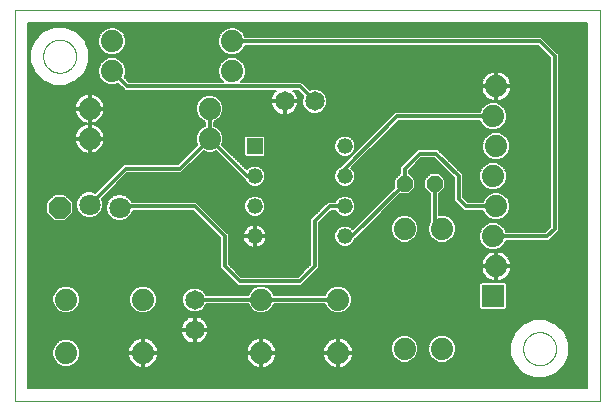
<source format=gbl>
G75*
%MOIN*%
%OFA0B0*%
%FSLAX25Y25*%
%IPPOS*%
%LPD*%
%AMOC8*
5,1,8,0,0,1.08239X$1,22.5*
%
%ADD10C,0.00000*%
%ADD11C,0.06500*%
%ADD12OC8,0.07087*%
%ADD13C,0.07087*%
%ADD14R,0.07400X0.07400*%
%ADD15C,0.07400*%
%ADD16OC8,0.05200*%
%ADD17R,0.05200X0.05200*%
%ADD18C,0.05200*%
%ADD19C,0.01200*%
%ADD20C,0.00600*%
D10*
X0001300Y0001300D02*
X0001300Y0131800D01*
X0196300Y0131800D01*
X0196300Y0001300D01*
X0001300Y0001300D01*
X0010800Y0116300D02*
X0010802Y0116448D01*
X0010808Y0116596D01*
X0010818Y0116744D01*
X0010832Y0116892D01*
X0010850Y0117039D01*
X0010872Y0117186D01*
X0010898Y0117332D01*
X0010927Y0117477D01*
X0010961Y0117622D01*
X0010999Y0117765D01*
X0011040Y0117908D01*
X0011085Y0118049D01*
X0011135Y0118189D01*
X0011187Y0118327D01*
X0011244Y0118465D01*
X0011304Y0118600D01*
X0011368Y0118734D01*
X0011435Y0118866D01*
X0011506Y0118996D01*
X0011581Y0119125D01*
X0011659Y0119251D01*
X0011740Y0119375D01*
X0011824Y0119497D01*
X0011912Y0119616D01*
X0012003Y0119733D01*
X0012097Y0119848D01*
X0012195Y0119960D01*
X0012295Y0120069D01*
X0012398Y0120176D01*
X0012504Y0120280D01*
X0012612Y0120381D01*
X0012724Y0120479D01*
X0012838Y0120574D01*
X0012954Y0120665D01*
X0013073Y0120754D01*
X0013194Y0120839D01*
X0013318Y0120921D01*
X0013444Y0121000D01*
X0013571Y0121075D01*
X0013701Y0121147D01*
X0013833Y0121216D01*
X0013966Y0121280D01*
X0014101Y0121341D01*
X0014238Y0121399D01*
X0014376Y0121453D01*
X0014516Y0121503D01*
X0014657Y0121549D01*
X0014799Y0121591D01*
X0014942Y0121630D01*
X0015086Y0121664D01*
X0015232Y0121695D01*
X0015377Y0121722D01*
X0015524Y0121745D01*
X0015671Y0121764D01*
X0015819Y0121779D01*
X0015966Y0121790D01*
X0016115Y0121797D01*
X0016263Y0121800D01*
X0016411Y0121799D01*
X0016559Y0121794D01*
X0016707Y0121785D01*
X0016855Y0121772D01*
X0017003Y0121755D01*
X0017149Y0121734D01*
X0017296Y0121709D01*
X0017441Y0121680D01*
X0017586Y0121648D01*
X0017729Y0121611D01*
X0017872Y0121571D01*
X0018014Y0121526D01*
X0018154Y0121478D01*
X0018293Y0121426D01*
X0018430Y0121371D01*
X0018566Y0121311D01*
X0018701Y0121248D01*
X0018833Y0121182D01*
X0018964Y0121112D01*
X0019093Y0121038D01*
X0019219Y0120961D01*
X0019344Y0120881D01*
X0019466Y0120797D01*
X0019587Y0120710D01*
X0019704Y0120620D01*
X0019820Y0120526D01*
X0019932Y0120430D01*
X0020042Y0120331D01*
X0020150Y0120228D01*
X0020254Y0120123D01*
X0020356Y0120015D01*
X0020454Y0119904D01*
X0020550Y0119791D01*
X0020643Y0119675D01*
X0020732Y0119557D01*
X0020818Y0119436D01*
X0020901Y0119313D01*
X0020981Y0119188D01*
X0021057Y0119061D01*
X0021130Y0118931D01*
X0021199Y0118800D01*
X0021264Y0118667D01*
X0021327Y0118533D01*
X0021385Y0118396D01*
X0021440Y0118258D01*
X0021490Y0118119D01*
X0021538Y0117978D01*
X0021581Y0117837D01*
X0021621Y0117694D01*
X0021656Y0117550D01*
X0021688Y0117405D01*
X0021716Y0117259D01*
X0021740Y0117113D01*
X0021760Y0116966D01*
X0021776Y0116818D01*
X0021788Y0116671D01*
X0021796Y0116522D01*
X0021800Y0116374D01*
X0021800Y0116226D01*
X0021796Y0116078D01*
X0021788Y0115929D01*
X0021776Y0115782D01*
X0021760Y0115634D01*
X0021740Y0115487D01*
X0021716Y0115341D01*
X0021688Y0115195D01*
X0021656Y0115050D01*
X0021621Y0114906D01*
X0021581Y0114763D01*
X0021538Y0114622D01*
X0021490Y0114481D01*
X0021440Y0114342D01*
X0021385Y0114204D01*
X0021327Y0114067D01*
X0021264Y0113933D01*
X0021199Y0113800D01*
X0021130Y0113669D01*
X0021057Y0113539D01*
X0020981Y0113412D01*
X0020901Y0113287D01*
X0020818Y0113164D01*
X0020732Y0113043D01*
X0020643Y0112925D01*
X0020550Y0112809D01*
X0020454Y0112696D01*
X0020356Y0112585D01*
X0020254Y0112477D01*
X0020150Y0112372D01*
X0020042Y0112269D01*
X0019932Y0112170D01*
X0019820Y0112074D01*
X0019704Y0111980D01*
X0019587Y0111890D01*
X0019466Y0111803D01*
X0019344Y0111719D01*
X0019219Y0111639D01*
X0019093Y0111562D01*
X0018964Y0111488D01*
X0018833Y0111418D01*
X0018701Y0111352D01*
X0018566Y0111289D01*
X0018430Y0111229D01*
X0018293Y0111174D01*
X0018154Y0111122D01*
X0018014Y0111074D01*
X0017872Y0111029D01*
X0017729Y0110989D01*
X0017586Y0110952D01*
X0017441Y0110920D01*
X0017296Y0110891D01*
X0017149Y0110866D01*
X0017003Y0110845D01*
X0016855Y0110828D01*
X0016707Y0110815D01*
X0016559Y0110806D01*
X0016411Y0110801D01*
X0016263Y0110800D01*
X0016115Y0110803D01*
X0015966Y0110810D01*
X0015819Y0110821D01*
X0015671Y0110836D01*
X0015524Y0110855D01*
X0015377Y0110878D01*
X0015232Y0110905D01*
X0015086Y0110936D01*
X0014942Y0110970D01*
X0014799Y0111009D01*
X0014657Y0111051D01*
X0014516Y0111097D01*
X0014376Y0111147D01*
X0014238Y0111201D01*
X0014101Y0111259D01*
X0013966Y0111320D01*
X0013833Y0111384D01*
X0013701Y0111453D01*
X0013571Y0111525D01*
X0013444Y0111600D01*
X0013318Y0111679D01*
X0013194Y0111761D01*
X0013073Y0111846D01*
X0012954Y0111935D01*
X0012838Y0112026D01*
X0012724Y0112121D01*
X0012612Y0112219D01*
X0012504Y0112320D01*
X0012398Y0112424D01*
X0012295Y0112531D01*
X0012195Y0112640D01*
X0012097Y0112752D01*
X0012003Y0112867D01*
X0011912Y0112984D01*
X0011824Y0113103D01*
X0011740Y0113225D01*
X0011659Y0113349D01*
X0011581Y0113475D01*
X0011506Y0113604D01*
X0011435Y0113734D01*
X0011368Y0113866D01*
X0011304Y0114000D01*
X0011244Y0114135D01*
X0011187Y0114273D01*
X0011135Y0114411D01*
X0011085Y0114551D01*
X0011040Y0114692D01*
X0010999Y0114835D01*
X0010961Y0114978D01*
X0010927Y0115123D01*
X0010898Y0115268D01*
X0010872Y0115414D01*
X0010850Y0115561D01*
X0010832Y0115708D01*
X0010818Y0115856D01*
X0010808Y0116004D01*
X0010802Y0116152D01*
X0010800Y0116300D01*
X0170800Y0018800D02*
X0170802Y0018948D01*
X0170808Y0019096D01*
X0170818Y0019244D01*
X0170832Y0019392D01*
X0170850Y0019539D01*
X0170872Y0019686D01*
X0170898Y0019832D01*
X0170927Y0019977D01*
X0170961Y0020122D01*
X0170999Y0020265D01*
X0171040Y0020408D01*
X0171085Y0020549D01*
X0171135Y0020689D01*
X0171187Y0020827D01*
X0171244Y0020965D01*
X0171304Y0021100D01*
X0171368Y0021234D01*
X0171435Y0021366D01*
X0171506Y0021496D01*
X0171581Y0021625D01*
X0171659Y0021751D01*
X0171740Y0021875D01*
X0171824Y0021997D01*
X0171912Y0022116D01*
X0172003Y0022233D01*
X0172097Y0022348D01*
X0172195Y0022460D01*
X0172295Y0022569D01*
X0172398Y0022676D01*
X0172504Y0022780D01*
X0172612Y0022881D01*
X0172724Y0022979D01*
X0172838Y0023074D01*
X0172954Y0023165D01*
X0173073Y0023254D01*
X0173194Y0023339D01*
X0173318Y0023421D01*
X0173444Y0023500D01*
X0173571Y0023575D01*
X0173701Y0023647D01*
X0173833Y0023716D01*
X0173966Y0023780D01*
X0174101Y0023841D01*
X0174238Y0023899D01*
X0174376Y0023953D01*
X0174516Y0024003D01*
X0174657Y0024049D01*
X0174799Y0024091D01*
X0174942Y0024130D01*
X0175086Y0024164D01*
X0175232Y0024195D01*
X0175377Y0024222D01*
X0175524Y0024245D01*
X0175671Y0024264D01*
X0175819Y0024279D01*
X0175966Y0024290D01*
X0176115Y0024297D01*
X0176263Y0024300D01*
X0176411Y0024299D01*
X0176559Y0024294D01*
X0176707Y0024285D01*
X0176855Y0024272D01*
X0177003Y0024255D01*
X0177149Y0024234D01*
X0177296Y0024209D01*
X0177441Y0024180D01*
X0177586Y0024148D01*
X0177729Y0024111D01*
X0177872Y0024071D01*
X0178014Y0024026D01*
X0178154Y0023978D01*
X0178293Y0023926D01*
X0178430Y0023871D01*
X0178566Y0023811D01*
X0178701Y0023748D01*
X0178833Y0023682D01*
X0178964Y0023612D01*
X0179093Y0023538D01*
X0179219Y0023461D01*
X0179344Y0023381D01*
X0179466Y0023297D01*
X0179587Y0023210D01*
X0179704Y0023120D01*
X0179820Y0023026D01*
X0179932Y0022930D01*
X0180042Y0022831D01*
X0180150Y0022728D01*
X0180254Y0022623D01*
X0180356Y0022515D01*
X0180454Y0022404D01*
X0180550Y0022291D01*
X0180643Y0022175D01*
X0180732Y0022057D01*
X0180818Y0021936D01*
X0180901Y0021813D01*
X0180981Y0021688D01*
X0181057Y0021561D01*
X0181130Y0021431D01*
X0181199Y0021300D01*
X0181264Y0021167D01*
X0181327Y0021033D01*
X0181385Y0020896D01*
X0181440Y0020758D01*
X0181490Y0020619D01*
X0181538Y0020478D01*
X0181581Y0020337D01*
X0181621Y0020194D01*
X0181656Y0020050D01*
X0181688Y0019905D01*
X0181716Y0019759D01*
X0181740Y0019613D01*
X0181760Y0019466D01*
X0181776Y0019318D01*
X0181788Y0019171D01*
X0181796Y0019022D01*
X0181800Y0018874D01*
X0181800Y0018726D01*
X0181796Y0018578D01*
X0181788Y0018429D01*
X0181776Y0018282D01*
X0181760Y0018134D01*
X0181740Y0017987D01*
X0181716Y0017841D01*
X0181688Y0017695D01*
X0181656Y0017550D01*
X0181621Y0017406D01*
X0181581Y0017263D01*
X0181538Y0017122D01*
X0181490Y0016981D01*
X0181440Y0016842D01*
X0181385Y0016704D01*
X0181327Y0016567D01*
X0181264Y0016433D01*
X0181199Y0016300D01*
X0181130Y0016169D01*
X0181057Y0016039D01*
X0180981Y0015912D01*
X0180901Y0015787D01*
X0180818Y0015664D01*
X0180732Y0015543D01*
X0180643Y0015425D01*
X0180550Y0015309D01*
X0180454Y0015196D01*
X0180356Y0015085D01*
X0180254Y0014977D01*
X0180150Y0014872D01*
X0180042Y0014769D01*
X0179932Y0014670D01*
X0179820Y0014574D01*
X0179704Y0014480D01*
X0179587Y0014390D01*
X0179466Y0014303D01*
X0179344Y0014219D01*
X0179219Y0014139D01*
X0179093Y0014062D01*
X0178964Y0013988D01*
X0178833Y0013918D01*
X0178701Y0013852D01*
X0178566Y0013789D01*
X0178430Y0013729D01*
X0178293Y0013674D01*
X0178154Y0013622D01*
X0178014Y0013574D01*
X0177872Y0013529D01*
X0177729Y0013489D01*
X0177586Y0013452D01*
X0177441Y0013420D01*
X0177296Y0013391D01*
X0177149Y0013366D01*
X0177003Y0013345D01*
X0176855Y0013328D01*
X0176707Y0013315D01*
X0176559Y0013306D01*
X0176411Y0013301D01*
X0176263Y0013300D01*
X0176115Y0013303D01*
X0175966Y0013310D01*
X0175819Y0013321D01*
X0175671Y0013336D01*
X0175524Y0013355D01*
X0175377Y0013378D01*
X0175232Y0013405D01*
X0175086Y0013436D01*
X0174942Y0013470D01*
X0174799Y0013509D01*
X0174657Y0013551D01*
X0174516Y0013597D01*
X0174376Y0013647D01*
X0174238Y0013701D01*
X0174101Y0013759D01*
X0173966Y0013820D01*
X0173833Y0013884D01*
X0173701Y0013953D01*
X0173571Y0014025D01*
X0173444Y0014100D01*
X0173318Y0014179D01*
X0173194Y0014261D01*
X0173073Y0014346D01*
X0172954Y0014435D01*
X0172838Y0014526D01*
X0172724Y0014621D01*
X0172612Y0014719D01*
X0172504Y0014820D01*
X0172398Y0014924D01*
X0172295Y0015031D01*
X0172195Y0015140D01*
X0172097Y0015252D01*
X0172003Y0015367D01*
X0171912Y0015484D01*
X0171824Y0015603D01*
X0171740Y0015725D01*
X0171659Y0015849D01*
X0171581Y0015975D01*
X0171506Y0016104D01*
X0171435Y0016234D01*
X0171368Y0016366D01*
X0171304Y0016500D01*
X0171244Y0016635D01*
X0171187Y0016773D01*
X0171135Y0016911D01*
X0171085Y0017051D01*
X0171040Y0017192D01*
X0170999Y0017335D01*
X0170961Y0017478D01*
X0170927Y0017623D01*
X0170898Y0017768D01*
X0170872Y0017914D01*
X0170850Y0018061D01*
X0170832Y0018208D01*
X0170818Y0018356D01*
X0170808Y0018504D01*
X0170802Y0018652D01*
X0170800Y0018800D01*
D11*
X0061300Y0025050D03*
X0061300Y0035050D03*
X0091300Y0101300D03*
X0101300Y0101300D03*
D12*
X0016300Y0065800D03*
D13*
X0026300Y0066800D03*
X0036300Y0065800D03*
D14*
X0160800Y0036300D03*
D15*
X0161800Y0046300D03*
X0160800Y0056300D03*
X0161800Y0066300D03*
X0160800Y0076300D03*
X0161800Y0086300D03*
X0160800Y0096300D03*
X0161800Y0106300D03*
X0143800Y0058800D03*
X0131300Y0058800D03*
X0109100Y0035200D03*
X0131300Y0018800D03*
X0143800Y0018800D03*
X0109100Y0017400D03*
X0083500Y0017400D03*
X0083500Y0035200D03*
X0044100Y0035200D03*
X0044100Y0017400D03*
X0018500Y0017400D03*
X0018500Y0035200D03*
X0026300Y0088800D03*
X0026300Y0098800D03*
X0033800Y0111300D03*
X0033800Y0121300D03*
X0066300Y0098800D03*
X0066300Y0088800D03*
X0073800Y0111300D03*
X0073800Y0121300D03*
D16*
X0131300Y0073800D03*
X0141300Y0073800D03*
D17*
X0081300Y0086300D03*
D18*
X0081300Y0076300D03*
X0081300Y0066300D03*
X0081300Y0056300D03*
X0111300Y0056300D03*
X0111300Y0066300D03*
X0111300Y0076300D03*
X0111300Y0086300D03*
D19*
X0111300Y0078800D02*
X0111300Y0076300D01*
X0111300Y0078800D02*
X0128800Y0096300D01*
X0161800Y0096300D01*
X0141800Y0083800D02*
X0136300Y0083800D01*
X0131300Y0078800D01*
X0131300Y0073800D01*
X0113800Y0056300D01*
X0111300Y0056300D01*
X0101300Y0061300D02*
X0106300Y0066300D01*
X0111300Y0066300D01*
X0101300Y0061300D02*
X0101300Y0046300D01*
X0096300Y0041300D01*
X0076300Y0041300D01*
X0071300Y0046300D01*
X0071300Y0056300D01*
X0061300Y0066300D01*
X0036800Y0066300D01*
X0036300Y0065800D01*
X0026300Y0066800D02*
X0038300Y0078800D01*
X0056300Y0078800D01*
X0066300Y0088800D01*
X0066300Y0098800D01*
X0066300Y0088800D02*
X0078800Y0076300D01*
X0081300Y0076300D01*
X0101300Y0101300D02*
X0096300Y0106300D01*
X0038800Y0106300D01*
X0033800Y0111300D01*
X0073800Y0121300D02*
X0176300Y0121300D01*
X0181300Y0116300D01*
X0181300Y0058800D01*
X0178800Y0056300D01*
X0160800Y0056300D01*
X0161800Y0066300D02*
X0151800Y0066300D01*
X0149300Y0068800D01*
X0149300Y0076300D01*
X0141800Y0083800D01*
X0141300Y0073800D02*
X0141300Y0061300D01*
X0143800Y0058800D01*
X0109100Y0035200D02*
X0083500Y0035200D01*
X0061616Y0035200D01*
X0061300Y0035050D01*
D20*
X0065108Y0036700D02*
X0064818Y0037401D01*
X0063651Y0038568D01*
X0062125Y0039200D01*
X0060475Y0039200D01*
X0058949Y0038568D01*
X0057782Y0037401D01*
X0057150Y0035875D01*
X0057150Y0034225D01*
X0057782Y0032699D01*
X0058949Y0031532D01*
X0060475Y0030900D01*
X0062125Y0030900D01*
X0063651Y0031532D01*
X0064818Y0032699D01*
X0065233Y0033700D01*
X0079142Y0033700D01*
X0079600Y0032594D01*
X0080894Y0031300D01*
X0082585Y0030600D01*
X0084415Y0030600D01*
X0086106Y0031300D01*
X0087400Y0032594D01*
X0087858Y0033700D01*
X0104742Y0033700D01*
X0105200Y0032594D01*
X0106494Y0031300D01*
X0108185Y0030600D01*
X0110015Y0030600D01*
X0111706Y0031300D01*
X0113000Y0032594D01*
X0113700Y0034285D01*
X0113700Y0036115D01*
X0113000Y0037806D01*
X0111706Y0039100D01*
X0110015Y0039800D01*
X0108185Y0039800D01*
X0106494Y0039100D01*
X0105200Y0037806D01*
X0104742Y0036700D01*
X0087858Y0036700D01*
X0087400Y0037806D01*
X0086106Y0039100D01*
X0084415Y0039800D01*
X0082585Y0039800D01*
X0080894Y0039100D01*
X0079600Y0037806D01*
X0079142Y0036700D01*
X0065108Y0036700D01*
X0064897Y0037211D02*
X0079354Y0037211D01*
X0079604Y0037809D02*
X0064410Y0037809D01*
X0063811Y0038408D02*
X0080202Y0038408D01*
X0080801Y0039006D02*
X0062593Y0039006D01*
X0060007Y0039006D02*
X0046799Y0039006D01*
X0046706Y0039100D02*
X0045015Y0039800D01*
X0043185Y0039800D01*
X0041494Y0039100D01*
X0040200Y0037806D01*
X0039500Y0036115D01*
X0039500Y0034285D01*
X0040200Y0032594D01*
X0041494Y0031300D01*
X0043185Y0030600D01*
X0045015Y0030600D01*
X0046706Y0031300D01*
X0048000Y0032594D01*
X0048700Y0034285D01*
X0048700Y0036115D01*
X0048000Y0037806D01*
X0046706Y0039100D01*
X0047398Y0038408D02*
X0058789Y0038408D01*
X0058190Y0037809D02*
X0047996Y0037809D01*
X0048246Y0037211D02*
X0057703Y0037211D01*
X0057455Y0036612D02*
X0048494Y0036612D01*
X0048700Y0036014D02*
X0057207Y0036014D01*
X0057150Y0035415D02*
X0048700Y0035415D01*
X0048700Y0034817D02*
X0057150Y0034817D01*
X0057153Y0034218D02*
X0048672Y0034218D01*
X0048424Y0033620D02*
X0057401Y0033620D01*
X0057648Y0033021D02*
X0048176Y0033021D01*
X0047828Y0032423D02*
X0058058Y0032423D01*
X0058657Y0031824D02*
X0047229Y0031824D01*
X0046525Y0031226D02*
X0059689Y0031226D01*
X0060235Y0029488D02*
X0059553Y0029267D01*
X0058915Y0028941D01*
X0058336Y0028521D01*
X0057829Y0028014D01*
X0057408Y0027435D01*
X0057083Y0026797D01*
X0056862Y0026115D01*
X0056750Y0025408D01*
X0056750Y0025350D01*
X0061000Y0025350D01*
X0061000Y0029600D01*
X0060942Y0029600D01*
X0060235Y0029488D01*
X0060056Y0029430D02*
X0005600Y0029430D01*
X0005600Y0028832D02*
X0058764Y0028832D01*
X0058048Y0028233D02*
X0005600Y0028233D01*
X0005600Y0027634D02*
X0057554Y0027634D01*
X0057205Y0027036D02*
X0005600Y0027036D01*
X0005600Y0026437D02*
X0056967Y0026437D01*
X0056818Y0025839D02*
X0005600Y0025839D01*
X0005600Y0025240D02*
X0061000Y0025240D01*
X0061000Y0025350D02*
X0061000Y0024750D01*
X0056750Y0024750D01*
X0056750Y0024692D01*
X0056862Y0023985D01*
X0057083Y0023303D01*
X0057408Y0022665D01*
X0057829Y0022086D01*
X0058336Y0021579D01*
X0058915Y0021158D01*
X0059553Y0020833D01*
X0060235Y0020612D01*
X0060942Y0020500D01*
X0061000Y0020500D01*
X0061000Y0024750D01*
X0061600Y0024750D01*
X0061600Y0025350D01*
X0061000Y0025350D01*
X0061000Y0025839D02*
X0061600Y0025839D01*
X0061600Y0025350D02*
X0061600Y0029600D01*
X0061658Y0029600D01*
X0062365Y0029488D01*
X0063047Y0029267D01*
X0063685Y0028941D01*
X0064264Y0028521D01*
X0064771Y0028014D01*
X0065191Y0027435D01*
X0065517Y0026797D01*
X0065738Y0026115D01*
X0065850Y0025408D01*
X0065850Y0025350D01*
X0061600Y0025350D01*
X0061600Y0025240D02*
X0168881Y0025240D01*
X0168283Y0024642D02*
X0065842Y0024642D01*
X0065850Y0024692D02*
X0065850Y0024750D01*
X0061600Y0024750D01*
X0061600Y0020500D01*
X0061658Y0020500D01*
X0062365Y0020612D01*
X0063047Y0020833D01*
X0063685Y0021158D01*
X0064264Y0021579D01*
X0064771Y0022086D01*
X0065191Y0022665D01*
X0065517Y0023303D01*
X0065738Y0023985D01*
X0065850Y0024692D01*
X0065747Y0024043D02*
X0167864Y0024043D01*
X0167992Y0024351D02*
X0166500Y0020749D01*
X0166500Y0016851D01*
X0167992Y0013249D01*
X0170749Y0010492D01*
X0174351Y0009000D01*
X0178249Y0009000D01*
X0181851Y0010492D01*
X0184608Y0013249D01*
X0186100Y0016851D01*
X0186100Y0020749D01*
X0184608Y0024351D01*
X0181851Y0027108D01*
X0178249Y0028600D01*
X0174351Y0028600D01*
X0170749Y0027108D01*
X0167992Y0024351D01*
X0167617Y0023445D02*
X0065563Y0023445D01*
X0065284Y0022846D02*
X0129049Y0022846D01*
X0128694Y0022700D02*
X0130385Y0023400D01*
X0132215Y0023400D01*
X0133906Y0022700D01*
X0135200Y0021406D01*
X0135900Y0019715D01*
X0135900Y0017885D01*
X0135200Y0016194D01*
X0133906Y0014900D01*
X0132215Y0014200D01*
X0130385Y0014200D01*
X0128694Y0014900D01*
X0127400Y0016194D01*
X0126700Y0017885D01*
X0126700Y0019715D01*
X0127400Y0021406D01*
X0128694Y0022700D01*
X0128243Y0022248D02*
X0110360Y0022248D01*
X0110271Y0022277D02*
X0109494Y0022400D01*
X0109400Y0022400D01*
X0109400Y0017700D01*
X0114100Y0017700D01*
X0114100Y0017794D01*
X0113977Y0018571D01*
X0113734Y0019319D01*
X0113376Y0020021D01*
X0112914Y0020657D01*
X0112357Y0021214D01*
X0111721Y0021676D01*
X0111019Y0022034D01*
X0110271Y0022277D01*
X0109400Y0022248D02*
X0108800Y0022248D01*
X0108800Y0022400D02*
X0108706Y0022400D01*
X0107929Y0022277D01*
X0107181Y0022034D01*
X0106479Y0021676D01*
X0105843Y0021214D01*
X0105286Y0020657D01*
X0104824Y0020021D01*
X0104466Y0019319D01*
X0104223Y0018571D01*
X0104100Y0017794D01*
X0104100Y0017700D01*
X0108800Y0017700D01*
X0108800Y0022400D01*
X0108800Y0021649D02*
X0109400Y0021649D01*
X0109400Y0021051D02*
X0108800Y0021051D01*
X0108800Y0020452D02*
X0109400Y0020452D01*
X0109400Y0019854D02*
X0108800Y0019854D01*
X0108800Y0019255D02*
X0109400Y0019255D01*
X0109400Y0018657D02*
X0108800Y0018657D01*
X0108800Y0018058D02*
X0109400Y0018058D01*
X0109400Y0017700D02*
X0108800Y0017700D01*
X0108800Y0017100D01*
X0109400Y0017100D01*
X0109400Y0017700D01*
X0109400Y0017460D02*
X0126876Y0017460D01*
X0126700Y0018058D02*
X0114058Y0018058D01*
X0113949Y0018657D02*
X0126700Y0018657D01*
X0126700Y0019255D02*
X0113754Y0019255D01*
X0113461Y0019854D02*
X0126758Y0019854D01*
X0127005Y0020452D02*
X0113063Y0020452D01*
X0112520Y0021051D02*
X0127253Y0021051D01*
X0127644Y0021649D02*
X0111758Y0021649D01*
X0107840Y0022248D02*
X0084760Y0022248D01*
X0084671Y0022277D02*
X0083894Y0022400D01*
X0083800Y0022400D01*
X0083800Y0017700D01*
X0088500Y0017700D01*
X0088500Y0017794D01*
X0088377Y0018571D01*
X0088134Y0019319D01*
X0087776Y0020021D01*
X0087314Y0020657D01*
X0086757Y0021214D01*
X0086121Y0021676D01*
X0085419Y0022034D01*
X0084671Y0022277D01*
X0083800Y0022248D02*
X0083200Y0022248D01*
X0083200Y0022400D02*
X0083106Y0022400D01*
X0082329Y0022277D01*
X0081581Y0022034D01*
X0080879Y0021676D01*
X0080243Y0021214D01*
X0079686Y0020657D01*
X0079224Y0020021D01*
X0078866Y0019319D01*
X0078623Y0018571D01*
X0078500Y0017794D01*
X0078500Y0017700D01*
X0083200Y0017700D01*
X0083200Y0022400D01*
X0083200Y0021649D02*
X0083800Y0021649D01*
X0083800Y0021051D02*
X0083200Y0021051D01*
X0083200Y0020452D02*
X0083800Y0020452D01*
X0083800Y0019854D02*
X0083200Y0019854D01*
X0083200Y0019255D02*
X0083800Y0019255D01*
X0083800Y0018657D02*
X0083200Y0018657D01*
X0083200Y0018058D02*
X0083800Y0018058D01*
X0083800Y0017700D02*
X0083200Y0017700D01*
X0083200Y0017100D01*
X0083800Y0017100D01*
X0083800Y0017700D01*
X0083800Y0017460D02*
X0108800Y0017460D01*
X0108800Y0017100D02*
X0104100Y0017100D01*
X0104100Y0017006D01*
X0104223Y0016229D01*
X0104466Y0015481D01*
X0104824Y0014779D01*
X0105286Y0014143D01*
X0105843Y0013586D01*
X0106479Y0013124D01*
X0107181Y0012766D01*
X0107929Y0012523D01*
X0108706Y0012400D01*
X0108800Y0012400D01*
X0108800Y0017100D01*
X0108800Y0016861D02*
X0109400Y0016861D01*
X0109400Y0017100D02*
X0109400Y0012400D01*
X0109494Y0012400D01*
X0110271Y0012523D01*
X0111019Y0012766D01*
X0111721Y0013124D01*
X0112357Y0013586D01*
X0112914Y0014143D01*
X0113376Y0014779D01*
X0113734Y0015481D01*
X0113977Y0016229D01*
X0114100Y0017006D01*
X0114100Y0017100D01*
X0109400Y0017100D01*
X0109400Y0016263D02*
X0108800Y0016263D01*
X0108800Y0015664D02*
X0109400Y0015664D01*
X0109400Y0015066D02*
X0108800Y0015066D01*
X0108800Y0014467D02*
X0109400Y0014467D01*
X0109400Y0013869D02*
X0108800Y0013869D01*
X0108800Y0013270D02*
X0109400Y0013270D01*
X0109400Y0012672D02*
X0108800Y0012672D01*
X0107472Y0012672D02*
X0085128Y0012672D01*
X0085419Y0012766D02*
X0086121Y0013124D01*
X0086757Y0013586D01*
X0087314Y0014143D01*
X0087776Y0014779D01*
X0088134Y0015481D01*
X0088377Y0016229D01*
X0088500Y0017006D01*
X0088500Y0017100D01*
X0083800Y0017100D01*
X0083800Y0012400D01*
X0083894Y0012400D01*
X0084671Y0012523D01*
X0085419Y0012766D01*
X0086322Y0013270D02*
X0106278Y0013270D01*
X0105560Y0013869D02*
X0087040Y0013869D01*
X0087550Y0014467D02*
X0105050Y0014467D01*
X0104678Y0015066D02*
X0087922Y0015066D01*
X0088193Y0015664D02*
X0104407Y0015664D01*
X0104218Y0016263D02*
X0088382Y0016263D01*
X0088477Y0016861D02*
X0104123Y0016861D01*
X0104142Y0018058D02*
X0088458Y0018058D01*
X0088349Y0018657D02*
X0104251Y0018657D01*
X0104446Y0019255D02*
X0088154Y0019255D01*
X0087861Y0019854D02*
X0104739Y0019854D01*
X0105137Y0020452D02*
X0087463Y0020452D01*
X0086920Y0021051D02*
X0105680Y0021051D01*
X0106442Y0021649D02*
X0086158Y0021649D01*
X0082240Y0022248D02*
X0064888Y0022248D01*
X0064334Y0021649D02*
X0080842Y0021649D01*
X0080080Y0021051D02*
X0063473Y0021051D01*
X0061600Y0021051D02*
X0061000Y0021051D01*
X0061000Y0021649D02*
X0061600Y0021649D01*
X0061600Y0022248D02*
X0061000Y0022248D01*
X0061000Y0022846D02*
X0061600Y0022846D01*
X0061600Y0023445D02*
X0061000Y0023445D01*
X0061000Y0024043D02*
X0061600Y0024043D01*
X0061600Y0024642D02*
X0061000Y0024642D01*
X0061000Y0026437D02*
X0061600Y0026437D01*
X0061600Y0027036D02*
X0061000Y0027036D01*
X0061000Y0027634D02*
X0061600Y0027634D01*
X0061600Y0028233D02*
X0061000Y0028233D01*
X0061000Y0028832D02*
X0061600Y0028832D01*
X0061600Y0029430D02*
X0061000Y0029430D01*
X0062544Y0029430D02*
X0192000Y0029430D01*
X0192000Y0028832D02*
X0063836Y0028832D01*
X0064552Y0028233D02*
X0173465Y0028233D01*
X0172020Y0027634D02*
X0065046Y0027634D01*
X0065395Y0027036D02*
X0170677Y0027036D01*
X0170078Y0026437D02*
X0065633Y0026437D01*
X0065782Y0025839D02*
X0169480Y0025839D01*
X0167369Y0022846D02*
X0146051Y0022846D01*
X0146406Y0022700D02*
X0144715Y0023400D01*
X0142885Y0023400D01*
X0141194Y0022700D01*
X0139900Y0021406D01*
X0139200Y0019715D01*
X0139200Y0017885D01*
X0139900Y0016194D01*
X0141194Y0014900D01*
X0142885Y0014200D01*
X0144715Y0014200D01*
X0146406Y0014900D01*
X0147700Y0016194D01*
X0148400Y0017885D01*
X0148400Y0019715D01*
X0147700Y0021406D01*
X0146406Y0022700D01*
X0146857Y0022248D02*
X0167121Y0022248D01*
X0166873Y0021649D02*
X0147456Y0021649D01*
X0147847Y0021051D02*
X0166625Y0021051D01*
X0166500Y0020452D02*
X0148095Y0020452D01*
X0148342Y0019854D02*
X0166500Y0019854D01*
X0166500Y0019255D02*
X0148400Y0019255D01*
X0148400Y0018657D02*
X0166500Y0018657D01*
X0166500Y0018058D02*
X0148400Y0018058D01*
X0148224Y0017460D02*
X0166500Y0017460D01*
X0166500Y0016861D02*
X0147976Y0016861D01*
X0147728Y0016263D02*
X0166743Y0016263D01*
X0166991Y0015664D02*
X0147170Y0015664D01*
X0146571Y0015066D02*
X0167239Y0015066D01*
X0167487Y0014467D02*
X0145360Y0014467D01*
X0142240Y0014467D02*
X0132860Y0014467D01*
X0134071Y0015066D02*
X0141029Y0015066D01*
X0140430Y0015664D02*
X0134670Y0015664D01*
X0135228Y0016263D02*
X0139872Y0016263D01*
X0139624Y0016861D02*
X0135476Y0016861D01*
X0135724Y0017460D02*
X0139376Y0017460D01*
X0139200Y0018058D02*
X0135900Y0018058D01*
X0135900Y0018657D02*
X0139200Y0018657D01*
X0139200Y0019255D02*
X0135900Y0019255D01*
X0135842Y0019854D02*
X0139258Y0019854D01*
X0139505Y0020452D02*
X0135595Y0020452D01*
X0135347Y0021051D02*
X0139753Y0021051D01*
X0140144Y0021649D02*
X0134956Y0021649D01*
X0134357Y0022248D02*
X0140743Y0022248D01*
X0141549Y0022846D02*
X0133551Y0022846D01*
X0127124Y0016861D02*
X0114077Y0016861D01*
X0113982Y0016263D02*
X0127372Y0016263D01*
X0127930Y0015664D02*
X0113793Y0015664D01*
X0113522Y0015066D02*
X0128529Y0015066D01*
X0129740Y0014467D02*
X0113150Y0014467D01*
X0112640Y0013869D02*
X0167735Y0013869D01*
X0167983Y0013270D02*
X0111922Y0013270D01*
X0110728Y0012672D02*
X0168569Y0012672D01*
X0169167Y0012073D02*
X0005600Y0012073D01*
X0005600Y0011475D02*
X0169766Y0011475D01*
X0170365Y0010876D02*
X0005600Y0010876D01*
X0005600Y0010278D02*
X0171266Y0010278D01*
X0172711Y0009679D02*
X0005600Y0009679D01*
X0005600Y0009081D02*
X0174156Y0009081D01*
X0178444Y0009081D02*
X0192000Y0009081D01*
X0192000Y0009679D02*
X0179889Y0009679D01*
X0181334Y0010278D02*
X0192000Y0010278D01*
X0192000Y0010876D02*
X0182235Y0010876D01*
X0182834Y0011475D02*
X0192000Y0011475D01*
X0192000Y0012073D02*
X0183432Y0012073D01*
X0184031Y0012672D02*
X0192000Y0012672D01*
X0192000Y0013270D02*
X0184617Y0013270D01*
X0184865Y0013869D02*
X0192000Y0013869D01*
X0192000Y0014467D02*
X0185113Y0014467D01*
X0185361Y0015066D02*
X0192000Y0015066D01*
X0192000Y0015664D02*
X0185609Y0015664D01*
X0185856Y0016263D02*
X0192000Y0016263D01*
X0192000Y0016861D02*
X0186100Y0016861D01*
X0186100Y0017460D02*
X0192000Y0017460D01*
X0192000Y0018058D02*
X0186100Y0018058D01*
X0186100Y0018657D02*
X0192000Y0018657D01*
X0192000Y0019255D02*
X0186100Y0019255D01*
X0186100Y0019854D02*
X0192000Y0019854D01*
X0192000Y0020452D02*
X0186100Y0020452D01*
X0185975Y0021051D02*
X0192000Y0021051D01*
X0192000Y0021649D02*
X0185727Y0021649D01*
X0185479Y0022248D02*
X0192000Y0022248D01*
X0192000Y0022846D02*
X0185231Y0022846D01*
X0184983Y0023445D02*
X0192000Y0023445D01*
X0192000Y0024043D02*
X0184736Y0024043D01*
X0184317Y0024642D02*
X0192000Y0024642D01*
X0192000Y0025240D02*
X0183719Y0025240D01*
X0183120Y0025839D02*
X0192000Y0025839D01*
X0192000Y0026437D02*
X0182522Y0026437D01*
X0181923Y0027036D02*
X0192000Y0027036D01*
X0192000Y0027634D02*
X0180580Y0027634D01*
X0179135Y0028233D02*
X0192000Y0028233D01*
X0192000Y0030029D02*
X0005600Y0030029D01*
X0005600Y0030627D02*
X0017520Y0030627D01*
X0017585Y0030600D02*
X0019415Y0030600D01*
X0021106Y0031300D01*
X0022400Y0032594D01*
X0023100Y0034285D01*
X0023100Y0036115D01*
X0022400Y0037806D01*
X0021106Y0039100D01*
X0019415Y0039800D01*
X0017585Y0039800D01*
X0015894Y0039100D01*
X0014600Y0037806D01*
X0013900Y0036115D01*
X0013900Y0034285D01*
X0014600Y0032594D01*
X0015894Y0031300D01*
X0017585Y0030600D01*
X0016075Y0031226D02*
X0005600Y0031226D01*
X0005600Y0031824D02*
X0015371Y0031824D01*
X0014772Y0032423D02*
X0005600Y0032423D01*
X0005600Y0033021D02*
X0014424Y0033021D01*
X0014176Y0033620D02*
X0005600Y0033620D01*
X0005600Y0034218D02*
X0013928Y0034218D01*
X0013900Y0034817D02*
X0005600Y0034817D01*
X0005600Y0035415D02*
X0013900Y0035415D01*
X0013900Y0036014D02*
X0005600Y0036014D01*
X0005600Y0036612D02*
X0014106Y0036612D01*
X0014354Y0037211D02*
X0005600Y0037211D01*
X0005600Y0037809D02*
X0014604Y0037809D01*
X0015202Y0038408D02*
X0005600Y0038408D01*
X0005600Y0039006D02*
X0015801Y0039006D01*
X0017114Y0039605D02*
X0005600Y0039605D01*
X0005600Y0040203D02*
X0075275Y0040203D01*
X0075679Y0039800D02*
X0096921Y0039800D01*
X0101921Y0044800D01*
X0102800Y0045679D01*
X0102800Y0060679D01*
X0106921Y0064800D01*
X0108133Y0064800D01*
X0108333Y0064317D01*
X0109317Y0063333D01*
X0110604Y0062800D01*
X0111996Y0062800D01*
X0113283Y0063333D01*
X0114267Y0064317D01*
X0114800Y0065604D01*
X0114800Y0066996D01*
X0114267Y0068283D01*
X0113283Y0069267D01*
X0111996Y0069800D01*
X0110604Y0069800D01*
X0109317Y0069267D01*
X0108333Y0068283D01*
X0108133Y0067800D01*
X0105679Y0067800D01*
X0104800Y0066921D01*
X0099800Y0061921D01*
X0099800Y0046921D01*
X0095679Y0042800D01*
X0076921Y0042800D01*
X0072800Y0046921D01*
X0072800Y0056921D01*
X0071921Y0057800D01*
X0061921Y0067800D01*
X0040281Y0067800D01*
X0040067Y0068317D01*
X0038817Y0069567D01*
X0037184Y0070243D01*
X0035416Y0070243D01*
X0033783Y0069567D01*
X0032533Y0068317D01*
X0031857Y0066684D01*
X0031857Y0064916D01*
X0032533Y0063283D01*
X0033783Y0062033D01*
X0035416Y0061357D01*
X0037184Y0061357D01*
X0038817Y0062033D01*
X0040067Y0063283D01*
X0040695Y0064800D01*
X0060679Y0064800D01*
X0069800Y0055679D01*
X0069800Y0045679D01*
X0074800Y0040679D01*
X0075679Y0039800D01*
X0074677Y0040802D02*
X0005600Y0040802D01*
X0005600Y0041400D02*
X0074078Y0041400D01*
X0073480Y0041999D02*
X0005600Y0041999D01*
X0005600Y0042597D02*
X0072881Y0042597D01*
X0072283Y0043196D02*
X0005600Y0043196D01*
X0005600Y0043794D02*
X0071684Y0043794D01*
X0071086Y0044393D02*
X0005600Y0044393D01*
X0005600Y0044991D02*
X0070487Y0044991D01*
X0069889Y0045590D02*
X0005600Y0045590D01*
X0005600Y0046188D02*
X0069800Y0046188D01*
X0069800Y0046787D02*
X0005600Y0046787D01*
X0005600Y0047385D02*
X0069800Y0047385D01*
X0069800Y0047984D02*
X0005600Y0047984D01*
X0005600Y0048582D02*
X0069800Y0048582D01*
X0069800Y0049181D02*
X0005600Y0049181D01*
X0005600Y0049779D02*
X0069800Y0049779D01*
X0069800Y0050378D02*
X0005600Y0050378D01*
X0005600Y0050976D02*
X0069800Y0050976D01*
X0069800Y0051575D02*
X0005600Y0051575D01*
X0005600Y0052173D02*
X0069800Y0052173D01*
X0069800Y0052772D02*
X0005600Y0052772D01*
X0005600Y0053370D02*
X0069800Y0053370D01*
X0069800Y0053969D02*
X0005600Y0053969D01*
X0005600Y0054568D02*
X0069800Y0054568D01*
X0069800Y0055166D02*
X0005600Y0055166D01*
X0005600Y0055765D02*
X0069714Y0055765D01*
X0069116Y0056363D02*
X0005600Y0056363D01*
X0005600Y0056962D02*
X0068517Y0056962D01*
X0067919Y0057560D02*
X0005600Y0057560D01*
X0005600Y0058159D02*
X0067320Y0058159D01*
X0066722Y0058757D02*
X0005600Y0058757D01*
X0005600Y0059356D02*
X0066123Y0059356D01*
X0065525Y0059954D02*
X0005600Y0059954D01*
X0005600Y0060553D02*
X0064926Y0060553D01*
X0064328Y0061151D02*
X0005600Y0061151D01*
X0005600Y0061750D02*
X0014067Y0061750D01*
X0014460Y0061357D02*
X0011857Y0063960D01*
X0011857Y0067640D01*
X0014460Y0070243D01*
X0018140Y0070243D01*
X0020743Y0067640D01*
X0020743Y0063960D01*
X0018140Y0061357D01*
X0014460Y0061357D01*
X0013468Y0062348D02*
X0005600Y0062348D01*
X0005600Y0062947D02*
X0012870Y0062947D01*
X0012271Y0063545D02*
X0005600Y0063545D01*
X0005600Y0064144D02*
X0011857Y0064144D01*
X0011857Y0064742D02*
X0005600Y0064742D01*
X0005600Y0065341D02*
X0011857Y0065341D01*
X0011857Y0065939D02*
X0005600Y0065939D01*
X0005600Y0066538D02*
X0011857Y0066538D01*
X0011857Y0067136D02*
X0005600Y0067136D01*
X0005600Y0067735D02*
X0011951Y0067735D01*
X0012549Y0068333D02*
X0005600Y0068333D01*
X0005600Y0068932D02*
X0013148Y0068932D01*
X0013747Y0069530D02*
X0005600Y0069530D01*
X0005600Y0070129D02*
X0014345Y0070129D01*
X0018255Y0070129D02*
X0023345Y0070129D01*
X0023783Y0070567D02*
X0022533Y0069317D01*
X0021857Y0067684D01*
X0021857Y0065916D01*
X0022533Y0064283D01*
X0023783Y0063033D01*
X0025416Y0062357D01*
X0027184Y0062357D01*
X0028817Y0063033D01*
X0030067Y0064283D01*
X0030743Y0065916D01*
X0030743Y0067684D01*
X0030322Y0068701D01*
X0038921Y0077300D01*
X0056921Y0077300D01*
X0064279Y0084658D01*
X0065385Y0084200D01*
X0067215Y0084200D01*
X0068321Y0084658D01*
X0078101Y0074878D01*
X0078333Y0074317D01*
X0079317Y0073333D01*
X0080604Y0072800D01*
X0081996Y0072800D01*
X0083283Y0073333D01*
X0084267Y0074317D01*
X0084800Y0075604D01*
X0084800Y0076996D01*
X0084267Y0078283D01*
X0083283Y0079267D01*
X0081996Y0079800D01*
X0080604Y0079800D01*
X0079317Y0079267D01*
X0078636Y0078586D01*
X0070442Y0086779D01*
X0070900Y0087885D01*
X0070900Y0089715D01*
X0070200Y0091406D01*
X0068906Y0092700D01*
X0067800Y0093158D01*
X0067800Y0094442D01*
X0068906Y0094900D01*
X0070200Y0096194D01*
X0070900Y0097885D01*
X0070900Y0099715D01*
X0070200Y0101406D01*
X0068906Y0102700D01*
X0067215Y0103400D01*
X0065385Y0103400D01*
X0063694Y0102700D01*
X0062400Y0101406D01*
X0061700Y0099715D01*
X0061700Y0097885D01*
X0062400Y0096194D01*
X0063694Y0094900D01*
X0064800Y0094442D01*
X0064800Y0093158D01*
X0063694Y0092700D01*
X0062400Y0091406D01*
X0061700Y0089715D01*
X0061700Y0087885D01*
X0062158Y0086779D01*
X0055679Y0080300D01*
X0037679Y0080300D01*
X0036800Y0079421D01*
X0028201Y0070822D01*
X0027184Y0071243D01*
X0025416Y0071243D01*
X0023783Y0070567D01*
X0024170Y0070727D02*
X0005600Y0070727D01*
X0005600Y0071326D02*
X0028705Y0071326D01*
X0029303Y0071924D02*
X0005600Y0071924D01*
X0005600Y0072523D02*
X0029902Y0072523D01*
X0030500Y0073121D02*
X0005600Y0073121D01*
X0005600Y0073720D02*
X0031099Y0073720D01*
X0031697Y0074318D02*
X0005600Y0074318D01*
X0005600Y0074917D02*
X0032296Y0074917D01*
X0032894Y0075515D02*
X0005600Y0075515D01*
X0005600Y0076114D02*
X0033493Y0076114D01*
X0034091Y0076712D02*
X0005600Y0076712D01*
X0005600Y0077311D02*
X0034690Y0077311D01*
X0035288Y0077909D02*
X0005600Y0077909D01*
X0005600Y0078508D02*
X0035887Y0078508D01*
X0036485Y0079106D02*
X0005600Y0079106D01*
X0005600Y0079705D02*
X0037084Y0079705D01*
X0038334Y0076712D02*
X0076266Y0076712D01*
X0076865Y0076114D02*
X0037735Y0076114D01*
X0037137Y0075515D02*
X0077463Y0075515D01*
X0078062Y0074917D02*
X0036538Y0074917D01*
X0035940Y0074318D02*
X0078332Y0074318D01*
X0078930Y0073720D02*
X0035341Y0073720D01*
X0034743Y0073121D02*
X0079828Y0073121D01*
X0082772Y0073121D02*
X0109828Y0073121D01*
X0109317Y0073333D02*
X0110604Y0072800D01*
X0111996Y0072800D01*
X0113283Y0073333D01*
X0114267Y0074317D01*
X0114800Y0075604D01*
X0114800Y0076996D01*
X0114267Y0078283D01*
X0113586Y0078964D01*
X0129421Y0094800D01*
X0156442Y0094800D01*
X0156900Y0093694D01*
X0158194Y0092400D01*
X0159885Y0091700D01*
X0161715Y0091700D01*
X0163406Y0092400D01*
X0164700Y0093694D01*
X0165400Y0095385D01*
X0165400Y0097215D01*
X0164700Y0098906D01*
X0163406Y0100200D01*
X0161715Y0100900D01*
X0159885Y0100900D01*
X0158194Y0100200D01*
X0156900Y0098906D01*
X0156442Y0097800D01*
X0128179Y0097800D01*
X0127300Y0096921D01*
X0110679Y0080300D01*
X0109878Y0079499D01*
X0109317Y0079267D01*
X0108333Y0078283D01*
X0107800Y0076996D01*
X0107800Y0075604D01*
X0108333Y0074317D01*
X0109317Y0073333D01*
X0108930Y0073720D02*
X0083670Y0073720D01*
X0084268Y0074318D02*
X0108332Y0074318D01*
X0108085Y0074917D02*
X0084515Y0074917D01*
X0084763Y0075515D02*
X0107837Y0075515D01*
X0107800Y0076114D02*
X0084800Y0076114D01*
X0084800Y0076712D02*
X0107800Y0076712D01*
X0107930Y0077311D02*
X0084670Y0077311D01*
X0084422Y0077909D02*
X0108178Y0077909D01*
X0108558Y0078508D02*
X0084042Y0078508D01*
X0083443Y0079106D02*
X0109157Y0079106D01*
X0110084Y0079705D02*
X0082226Y0079705D01*
X0080374Y0079705D02*
X0077516Y0079705D01*
X0076918Y0080303D02*
X0110682Y0080303D01*
X0111281Y0080902D02*
X0076319Y0080902D01*
X0075721Y0081501D02*
X0111879Y0081501D01*
X0112478Y0082099D02*
X0075122Y0082099D01*
X0074524Y0082698D02*
X0113076Y0082698D01*
X0113194Y0083296D02*
X0113675Y0083296D01*
X0113283Y0083333D02*
X0114267Y0084317D01*
X0114800Y0085604D01*
X0114800Y0086996D01*
X0114267Y0088283D01*
X0113283Y0089267D01*
X0111996Y0089800D01*
X0110604Y0089800D01*
X0109317Y0089267D01*
X0108333Y0088283D01*
X0107800Y0086996D01*
X0107800Y0085604D01*
X0108333Y0084317D01*
X0109317Y0083333D01*
X0110604Y0082800D01*
X0111996Y0082800D01*
X0113283Y0083333D01*
X0113844Y0083895D02*
X0114273Y0083895D01*
X0114340Y0084493D02*
X0114872Y0084493D01*
X0114588Y0085092D02*
X0115470Y0085092D01*
X0116069Y0085690D02*
X0114800Y0085690D01*
X0114800Y0086289D02*
X0116667Y0086289D01*
X0117266Y0086887D02*
X0114800Y0086887D01*
X0114597Y0087486D02*
X0117864Y0087486D01*
X0118463Y0088084D02*
X0114349Y0088084D01*
X0113867Y0088683D02*
X0119061Y0088683D01*
X0119660Y0089281D02*
X0113249Y0089281D01*
X0109351Y0089281D02*
X0084792Y0089281D01*
X0084800Y0089273D02*
X0084273Y0089800D01*
X0078327Y0089800D01*
X0077800Y0089273D01*
X0077800Y0083327D01*
X0078327Y0082800D01*
X0084273Y0082800D01*
X0084800Y0083327D01*
X0084800Y0089273D01*
X0084800Y0088683D02*
X0108733Y0088683D01*
X0108251Y0088084D02*
X0084800Y0088084D01*
X0084800Y0087486D02*
X0108003Y0087486D01*
X0107800Y0086887D02*
X0084800Y0086887D01*
X0084800Y0086289D02*
X0107800Y0086289D01*
X0107800Y0085690D02*
X0084800Y0085690D01*
X0084800Y0085092D02*
X0108012Y0085092D01*
X0108260Y0084493D02*
X0084800Y0084493D01*
X0084800Y0083895D02*
X0108756Y0083895D01*
X0109406Y0083296D02*
X0084769Y0083296D01*
X0077831Y0083296D02*
X0073925Y0083296D01*
X0073327Y0083895D02*
X0077800Y0083895D01*
X0077800Y0084493D02*
X0072728Y0084493D01*
X0072130Y0085092D02*
X0077800Y0085092D01*
X0077800Y0085690D02*
X0071531Y0085690D01*
X0070933Y0086289D02*
X0077800Y0086289D01*
X0077800Y0086887D02*
X0070487Y0086887D01*
X0070735Y0087486D02*
X0077800Y0087486D01*
X0077800Y0088084D02*
X0070900Y0088084D01*
X0070900Y0088683D02*
X0077800Y0088683D01*
X0077808Y0089281D02*
X0070900Y0089281D01*
X0070832Y0089880D02*
X0120258Y0089880D01*
X0120857Y0090478D02*
X0070584Y0090478D01*
X0070336Y0091077D02*
X0121455Y0091077D01*
X0122054Y0091675D02*
X0069930Y0091675D01*
X0069332Y0092274D02*
X0122652Y0092274D01*
X0123251Y0092872D02*
X0068489Y0092872D01*
X0067800Y0093471D02*
X0123849Y0093471D01*
X0124448Y0094069D02*
X0067800Y0094069D01*
X0068344Y0094668D02*
X0125046Y0094668D01*
X0125645Y0095266D02*
X0069272Y0095266D01*
X0069870Y0095865D02*
X0126243Y0095865D01*
X0126842Y0096463D02*
X0070311Y0096463D01*
X0070559Y0097062D02*
X0089620Y0097062D01*
X0089553Y0097083D02*
X0090235Y0096862D01*
X0090942Y0096750D01*
X0091000Y0096750D01*
X0091000Y0101000D01*
X0091600Y0101000D01*
X0091600Y0101600D01*
X0095850Y0101600D01*
X0095850Y0101658D01*
X0095738Y0102365D01*
X0095517Y0103047D01*
X0095516Y0103047D02*
X0097432Y0103047D01*
X0097502Y0102976D02*
X0097150Y0102125D01*
X0097150Y0100475D01*
X0097782Y0098949D01*
X0098949Y0097782D01*
X0100475Y0097150D01*
X0102125Y0097150D01*
X0103651Y0097782D01*
X0104818Y0098949D01*
X0105450Y0100475D01*
X0105450Y0102125D01*
X0104818Y0103651D01*
X0103651Y0104818D01*
X0102125Y0105450D01*
X0100475Y0105450D01*
X0099624Y0105098D01*
X0097800Y0106921D01*
X0096921Y0107800D01*
X0076805Y0107800D01*
X0077700Y0108694D01*
X0078400Y0110385D01*
X0078400Y0112215D01*
X0077700Y0113906D01*
X0076406Y0115200D01*
X0074715Y0115900D01*
X0072885Y0115900D01*
X0071194Y0115200D01*
X0069900Y0113906D01*
X0069200Y0112215D01*
X0069200Y0110385D01*
X0069900Y0108694D01*
X0070795Y0107800D01*
X0039421Y0107800D01*
X0037942Y0109279D01*
X0038400Y0110385D01*
X0038400Y0112215D01*
X0037700Y0113906D01*
X0036406Y0115200D01*
X0034715Y0115900D01*
X0032885Y0115900D01*
X0031194Y0115200D01*
X0029900Y0113906D01*
X0029200Y0112215D01*
X0029200Y0110385D01*
X0029900Y0108694D01*
X0031194Y0107400D01*
X0032885Y0106700D01*
X0034715Y0106700D01*
X0035821Y0107158D01*
X0037300Y0105679D01*
X0038179Y0104800D01*
X0088376Y0104800D01*
X0088336Y0104771D01*
X0087829Y0104264D01*
X0087408Y0103685D01*
X0087083Y0103047D01*
X0087084Y0103047D02*
X0068067Y0103047D01*
X0069157Y0102448D02*
X0086889Y0102448D01*
X0086862Y0102365D02*
X0086750Y0101658D01*
X0086750Y0101600D01*
X0091000Y0101600D01*
X0091000Y0101000D01*
X0086750Y0101000D01*
X0086750Y0100942D01*
X0086862Y0100235D01*
X0087083Y0099553D01*
X0087408Y0098915D01*
X0087829Y0098336D01*
X0088336Y0097829D01*
X0088915Y0097408D01*
X0089553Y0097083D01*
X0088569Y0097660D02*
X0070807Y0097660D01*
X0070900Y0098259D02*
X0087906Y0098259D01*
X0087451Y0098857D02*
X0070900Y0098857D01*
X0070900Y0099456D02*
X0087133Y0099456D01*
X0086921Y0100054D02*
X0070759Y0100054D01*
X0070512Y0100653D02*
X0086796Y0100653D01*
X0086780Y0101850D02*
X0069755Y0101850D01*
X0070264Y0101251D02*
X0091000Y0101251D01*
X0091000Y0100653D02*
X0091600Y0100653D01*
X0091600Y0101000D02*
X0091600Y0096750D01*
X0091658Y0096750D01*
X0092365Y0096862D01*
X0093047Y0097083D01*
X0093685Y0097408D01*
X0094264Y0097829D01*
X0094771Y0098336D01*
X0095191Y0098915D01*
X0095517Y0099553D01*
X0095738Y0100235D01*
X0095850Y0100942D01*
X0095850Y0101000D01*
X0091600Y0101000D01*
X0091600Y0101251D02*
X0097150Y0101251D01*
X0097150Y0100653D02*
X0095804Y0100653D01*
X0095679Y0100054D02*
X0097324Y0100054D01*
X0097572Y0099456D02*
X0095467Y0099456D01*
X0095149Y0098857D02*
X0097874Y0098857D01*
X0098472Y0098259D02*
X0094694Y0098259D01*
X0094031Y0097660D02*
X0099242Y0097660D01*
X0103357Y0097660D02*
X0128039Y0097660D01*
X0127440Y0097062D02*
X0092980Y0097062D01*
X0091600Y0097062D02*
X0091000Y0097062D01*
X0091000Y0097660D02*
X0091600Y0097660D01*
X0091600Y0098259D02*
X0091000Y0098259D01*
X0091000Y0098857D02*
X0091600Y0098857D01*
X0091600Y0099456D02*
X0091000Y0099456D01*
X0091000Y0100054D02*
X0091600Y0100054D01*
X0095820Y0101850D02*
X0097150Y0101850D01*
X0097284Y0102448D02*
X0095711Y0102448D01*
X0095517Y0103047D02*
X0095191Y0103685D01*
X0094771Y0104264D01*
X0094264Y0104771D01*
X0094224Y0104800D01*
X0095679Y0104800D01*
X0097502Y0102976D01*
X0096833Y0103645D02*
X0095212Y0103645D01*
X0094785Y0104244D02*
X0096235Y0104244D01*
X0098083Y0106638D02*
X0156800Y0106638D01*
X0156800Y0106600D02*
X0161500Y0106600D01*
X0161500Y0111300D01*
X0161406Y0111300D01*
X0160629Y0111177D01*
X0159881Y0110934D01*
X0159179Y0110576D01*
X0158543Y0110114D01*
X0157986Y0109557D01*
X0157524Y0108921D01*
X0157166Y0108219D01*
X0156923Y0107471D01*
X0156800Y0106694D01*
X0156800Y0106600D01*
X0156800Y0106000D02*
X0156800Y0105906D01*
X0156923Y0105129D01*
X0157166Y0104381D01*
X0157524Y0103679D01*
X0157986Y0103043D01*
X0158543Y0102486D01*
X0159179Y0102024D01*
X0159881Y0101666D01*
X0160629Y0101423D01*
X0161406Y0101300D01*
X0161500Y0101300D01*
X0161500Y0106000D01*
X0162100Y0106000D01*
X0162100Y0106600D01*
X0166800Y0106600D01*
X0166800Y0106694D01*
X0166677Y0107471D01*
X0166434Y0108219D01*
X0166076Y0108921D01*
X0165614Y0109557D01*
X0165057Y0110114D01*
X0164421Y0110576D01*
X0163719Y0110934D01*
X0162971Y0111177D01*
X0162194Y0111300D01*
X0162100Y0111300D01*
X0162100Y0106600D01*
X0161500Y0106600D01*
X0161500Y0106000D01*
X0156800Y0106000D01*
X0156874Y0105441D02*
X0102147Y0105441D01*
X0103592Y0104842D02*
X0157016Y0104842D01*
X0157236Y0104244D02*
X0104225Y0104244D01*
X0104820Y0103645D02*
X0157548Y0103645D01*
X0157983Y0103047D02*
X0105068Y0103047D01*
X0105316Y0102448D02*
X0158595Y0102448D01*
X0159520Y0101850D02*
X0105450Y0101850D01*
X0105450Y0101251D02*
X0179800Y0101251D01*
X0179800Y0100653D02*
X0162312Y0100653D01*
X0162194Y0101300D02*
X0162971Y0101423D01*
X0163719Y0101666D01*
X0164421Y0102024D01*
X0165057Y0102486D01*
X0165614Y0103043D01*
X0166076Y0103679D01*
X0166434Y0104381D01*
X0166677Y0105129D01*
X0166800Y0105906D01*
X0166800Y0106000D01*
X0162100Y0106000D01*
X0162100Y0101300D01*
X0162194Y0101300D01*
X0162100Y0101850D02*
X0161500Y0101850D01*
X0161500Y0102448D02*
X0162100Y0102448D01*
X0162100Y0103047D02*
X0161500Y0103047D01*
X0161500Y0103645D02*
X0162100Y0103645D01*
X0162100Y0104244D02*
X0161500Y0104244D01*
X0161500Y0104842D02*
X0162100Y0104842D01*
X0162100Y0105441D02*
X0161500Y0105441D01*
X0161500Y0106039D02*
X0098682Y0106039D01*
X0099280Y0105441D02*
X0100453Y0105441D01*
X0097485Y0107237D02*
X0156886Y0107237D01*
X0157041Y0107835D02*
X0076840Y0107835D01*
X0077439Y0108434D02*
X0157275Y0108434D01*
X0157605Y0109032D02*
X0077840Y0109032D01*
X0078087Y0109631D02*
X0158059Y0109631D01*
X0158701Y0110229D02*
X0078335Y0110229D01*
X0078400Y0110828D02*
X0159672Y0110828D01*
X0161500Y0110828D02*
X0162100Y0110828D01*
X0162100Y0110229D02*
X0161500Y0110229D01*
X0161500Y0109631D02*
X0162100Y0109631D01*
X0162100Y0109032D02*
X0161500Y0109032D01*
X0161500Y0108434D02*
X0162100Y0108434D01*
X0162100Y0107835D02*
X0161500Y0107835D01*
X0161500Y0107237D02*
X0162100Y0107237D01*
X0162100Y0106638D02*
X0161500Y0106638D01*
X0162100Y0106039D02*
X0179800Y0106039D01*
X0179800Y0105441D02*
X0166726Y0105441D01*
X0166584Y0104842D02*
X0179800Y0104842D01*
X0179800Y0104244D02*
X0166364Y0104244D01*
X0166052Y0103645D02*
X0179800Y0103645D01*
X0179800Y0103047D02*
X0165617Y0103047D01*
X0165005Y0102448D02*
X0179800Y0102448D01*
X0179800Y0101850D02*
X0164080Y0101850D01*
X0163551Y0100054D02*
X0179800Y0100054D01*
X0179800Y0099456D02*
X0164150Y0099456D01*
X0164720Y0098857D02*
X0179800Y0098857D01*
X0179800Y0098259D02*
X0164968Y0098259D01*
X0165216Y0097660D02*
X0179800Y0097660D01*
X0179800Y0097062D02*
X0165400Y0097062D01*
X0165400Y0096463D02*
X0179800Y0096463D01*
X0179800Y0095865D02*
X0165400Y0095865D01*
X0165351Y0095266D02*
X0179800Y0095266D01*
X0179800Y0094668D02*
X0165103Y0094668D01*
X0164855Y0094069D02*
X0179800Y0094069D01*
X0179800Y0093471D02*
X0164476Y0093471D01*
X0163878Y0092872D02*
X0179800Y0092872D01*
X0179800Y0092274D02*
X0163100Y0092274D01*
X0162715Y0090900D02*
X0160885Y0090900D01*
X0159194Y0090200D01*
X0157900Y0088906D01*
X0157200Y0087215D01*
X0157200Y0085385D01*
X0157900Y0083694D01*
X0159194Y0082400D01*
X0160885Y0081700D01*
X0162715Y0081700D01*
X0164406Y0082400D01*
X0165700Y0083694D01*
X0166400Y0085385D01*
X0166400Y0087215D01*
X0165700Y0088906D01*
X0164406Y0090200D01*
X0162715Y0090900D01*
X0163733Y0090478D02*
X0179800Y0090478D01*
X0179800Y0089880D02*
X0164726Y0089880D01*
X0165324Y0089281D02*
X0179800Y0089281D01*
X0179800Y0088683D02*
X0165792Y0088683D01*
X0166040Y0088084D02*
X0179800Y0088084D01*
X0179800Y0087486D02*
X0166288Y0087486D01*
X0166400Y0086887D02*
X0179800Y0086887D01*
X0179800Y0086289D02*
X0166400Y0086289D01*
X0166400Y0085690D02*
X0179800Y0085690D01*
X0179800Y0085092D02*
X0166278Y0085092D01*
X0166031Y0084493D02*
X0179800Y0084493D01*
X0179800Y0083895D02*
X0165783Y0083895D01*
X0165301Y0083296D02*
X0179800Y0083296D01*
X0179800Y0082698D02*
X0164703Y0082698D01*
X0163678Y0082099D02*
X0179800Y0082099D01*
X0179800Y0081501D02*
X0146221Y0081501D01*
X0145622Y0082099D02*
X0159922Y0082099D01*
X0158897Y0082698D02*
X0145024Y0082698D01*
X0144425Y0083296D02*
X0158299Y0083296D01*
X0157817Y0083895D02*
X0143827Y0083895D01*
X0143300Y0084421D02*
X0142421Y0085300D01*
X0135679Y0085300D01*
X0130679Y0080300D01*
X0129800Y0079421D01*
X0129800Y0077250D01*
X0127800Y0075250D01*
X0127800Y0072421D01*
X0113964Y0058586D01*
X0113283Y0059267D01*
X0111996Y0059800D01*
X0110604Y0059800D01*
X0109317Y0059267D01*
X0108333Y0058283D01*
X0107800Y0056996D01*
X0107800Y0055604D01*
X0108333Y0054317D01*
X0109317Y0053333D01*
X0110604Y0052800D01*
X0111996Y0052800D01*
X0113283Y0053333D01*
X0114267Y0054317D01*
X0114499Y0054878D01*
X0115300Y0055679D01*
X0129921Y0070300D01*
X0132750Y0070300D01*
X0134800Y0072350D01*
X0134800Y0075250D01*
X0132800Y0077250D01*
X0132800Y0078179D01*
X0136921Y0082300D01*
X0141179Y0082300D01*
X0147800Y0075679D01*
X0147800Y0068179D01*
X0151179Y0064800D01*
X0157442Y0064800D01*
X0157900Y0063694D01*
X0159194Y0062400D01*
X0160885Y0061700D01*
X0162715Y0061700D01*
X0164406Y0062400D01*
X0165700Y0063694D01*
X0166400Y0065385D01*
X0166400Y0067215D01*
X0165700Y0068906D01*
X0164406Y0070200D01*
X0162715Y0070900D01*
X0160885Y0070900D01*
X0159194Y0070200D01*
X0157900Y0068906D01*
X0157442Y0067800D01*
X0152421Y0067800D01*
X0150800Y0069421D01*
X0150800Y0076921D01*
X0143300Y0084421D01*
X0143228Y0084493D02*
X0157569Y0084493D01*
X0157322Y0085092D02*
X0142630Y0085092D01*
X0141380Y0082099D02*
X0136720Y0082099D01*
X0136122Y0081501D02*
X0141978Y0081501D01*
X0142577Y0080902D02*
X0135523Y0080902D01*
X0134925Y0080303D02*
X0143175Y0080303D01*
X0143774Y0079705D02*
X0134326Y0079705D01*
X0133728Y0079106D02*
X0144372Y0079106D01*
X0144971Y0078508D02*
X0133129Y0078508D01*
X0132800Y0077909D02*
X0145569Y0077909D01*
X0146168Y0077311D02*
X0132800Y0077311D01*
X0133337Y0076712D02*
X0139263Y0076712D01*
X0139850Y0077300D02*
X0137800Y0075250D01*
X0137800Y0072350D01*
X0139800Y0070350D01*
X0139800Y0061164D01*
X0139200Y0059715D01*
X0139200Y0057885D01*
X0139900Y0056194D01*
X0141194Y0054900D01*
X0142885Y0054200D01*
X0144715Y0054200D01*
X0146406Y0054900D01*
X0147700Y0056194D01*
X0148400Y0057885D01*
X0148400Y0059715D01*
X0147700Y0061406D01*
X0146406Y0062700D01*
X0144715Y0063400D01*
X0142885Y0063400D01*
X0142800Y0063365D01*
X0142800Y0070350D01*
X0144800Y0072350D01*
X0144800Y0075250D01*
X0142750Y0077300D01*
X0139850Y0077300D01*
X0138664Y0076114D02*
X0133936Y0076114D01*
X0134534Y0075515D02*
X0138066Y0075515D01*
X0137800Y0074917D02*
X0134800Y0074917D01*
X0134800Y0074318D02*
X0137800Y0074318D01*
X0137800Y0073720D02*
X0134800Y0073720D01*
X0134800Y0073121D02*
X0137800Y0073121D01*
X0137800Y0072523D02*
X0134800Y0072523D01*
X0134374Y0071924D02*
X0138226Y0071924D01*
X0138824Y0071326D02*
X0133776Y0071326D01*
X0133177Y0070727D02*
X0139423Y0070727D01*
X0139800Y0070129D02*
X0129750Y0070129D01*
X0129152Y0069530D02*
X0139800Y0069530D01*
X0139800Y0068932D02*
X0128553Y0068932D01*
X0127955Y0068333D02*
X0139800Y0068333D01*
X0139800Y0067735D02*
X0127356Y0067735D01*
X0126758Y0067136D02*
X0139800Y0067136D01*
X0139800Y0066538D02*
X0126159Y0066538D01*
X0125561Y0065939D02*
X0139800Y0065939D01*
X0139800Y0065341D02*
X0124962Y0065341D01*
X0124364Y0064742D02*
X0139800Y0064742D01*
X0139800Y0064144D02*
X0123765Y0064144D01*
X0123166Y0063545D02*
X0139800Y0063545D01*
X0139800Y0062947D02*
X0133309Y0062947D01*
X0133906Y0062700D02*
X0132215Y0063400D01*
X0130385Y0063400D01*
X0128694Y0062700D01*
X0127400Y0061406D01*
X0126700Y0059715D01*
X0126700Y0057885D01*
X0127400Y0056194D01*
X0128694Y0054900D01*
X0130385Y0054200D01*
X0132215Y0054200D01*
X0133906Y0054900D01*
X0135200Y0056194D01*
X0135900Y0057885D01*
X0135900Y0059715D01*
X0135200Y0061406D01*
X0133906Y0062700D01*
X0134257Y0062348D02*
X0139800Y0062348D01*
X0139800Y0061750D02*
X0134856Y0061750D01*
X0135305Y0061151D02*
X0139795Y0061151D01*
X0139547Y0060553D02*
X0135553Y0060553D01*
X0135801Y0059954D02*
X0139299Y0059954D01*
X0139200Y0059356D02*
X0135900Y0059356D01*
X0135900Y0058757D02*
X0139200Y0058757D01*
X0139200Y0058159D02*
X0135900Y0058159D01*
X0135765Y0057560D02*
X0139335Y0057560D01*
X0139582Y0056962D02*
X0135517Y0056962D01*
X0135270Y0056363D02*
X0139830Y0056363D01*
X0140330Y0055765D02*
X0134770Y0055765D01*
X0134171Y0055166D02*
X0140929Y0055166D01*
X0141998Y0054568D02*
X0133102Y0054568D01*
X0129498Y0054568D02*
X0114371Y0054568D01*
X0114787Y0055166D02*
X0128429Y0055166D01*
X0127830Y0055765D02*
X0115386Y0055765D01*
X0115984Y0056363D02*
X0127330Y0056363D01*
X0127082Y0056962D02*
X0116583Y0056962D01*
X0117181Y0057560D02*
X0126835Y0057560D01*
X0126700Y0058159D02*
X0117780Y0058159D01*
X0118378Y0058757D02*
X0126700Y0058757D01*
X0126700Y0059356D02*
X0118977Y0059356D01*
X0119575Y0059954D02*
X0126799Y0059954D01*
X0127047Y0060553D02*
X0120174Y0060553D01*
X0120772Y0061151D02*
X0127295Y0061151D01*
X0127744Y0061750D02*
X0121371Y0061750D01*
X0121969Y0062348D02*
X0128343Y0062348D01*
X0129291Y0062947D02*
X0122568Y0062947D01*
X0120719Y0065341D02*
X0114691Y0065341D01*
X0114800Y0065939D02*
X0121318Y0065939D01*
X0121916Y0066538D02*
X0114800Y0066538D01*
X0114742Y0067136D02*
X0122515Y0067136D01*
X0123113Y0067735D02*
X0114494Y0067735D01*
X0114216Y0068333D02*
X0123712Y0068333D01*
X0124310Y0068932D02*
X0113618Y0068932D01*
X0112647Y0069530D02*
X0124909Y0069530D01*
X0125507Y0070129D02*
X0037460Y0070129D01*
X0038853Y0069530D02*
X0079953Y0069530D01*
X0079317Y0069267D02*
X0080604Y0069800D01*
X0081996Y0069800D01*
X0083283Y0069267D01*
X0084267Y0068283D01*
X0084800Y0066996D01*
X0084800Y0065604D01*
X0084267Y0064317D01*
X0083283Y0063333D01*
X0081996Y0062800D01*
X0080604Y0062800D01*
X0079317Y0063333D01*
X0078333Y0064317D01*
X0077800Y0065604D01*
X0077800Y0066996D01*
X0078333Y0068283D01*
X0079317Y0069267D01*
X0078982Y0068932D02*
X0039452Y0068932D01*
X0040051Y0068333D02*
X0078384Y0068333D01*
X0078106Y0067735D02*
X0061987Y0067735D01*
X0062585Y0067136D02*
X0077858Y0067136D01*
X0077800Y0066538D02*
X0063184Y0066538D01*
X0063782Y0065939D02*
X0077800Y0065939D01*
X0077909Y0065341D02*
X0064381Y0065341D01*
X0064979Y0064742D02*
X0078157Y0064742D01*
X0078507Y0064144D02*
X0065578Y0064144D01*
X0066176Y0063545D02*
X0079105Y0063545D01*
X0080250Y0062947D02*
X0066775Y0062947D01*
X0067373Y0062348D02*
X0100227Y0062348D01*
X0099800Y0061750D02*
X0067972Y0061750D01*
X0068570Y0061151D02*
X0099800Y0061151D01*
X0099800Y0060553D02*
X0069169Y0060553D01*
X0069767Y0059954D02*
X0079931Y0059954D01*
X0080162Y0060050D02*
X0079453Y0059756D01*
X0078814Y0059329D01*
X0078271Y0058786D01*
X0077844Y0058147D01*
X0077550Y0057438D01*
X0077400Y0056684D01*
X0077400Y0056600D01*
X0081000Y0056600D01*
X0081000Y0060200D01*
X0080916Y0060200D01*
X0080162Y0060050D01*
X0081000Y0059954D02*
X0081600Y0059954D01*
X0081600Y0060200D02*
X0081684Y0060200D01*
X0082438Y0060050D01*
X0083147Y0059756D01*
X0083786Y0059329D01*
X0084329Y0058786D01*
X0084756Y0058147D01*
X0085050Y0057438D01*
X0085200Y0056684D01*
X0085200Y0056600D01*
X0081600Y0056600D01*
X0081600Y0056000D01*
X0085200Y0056000D01*
X0085200Y0055916D01*
X0085050Y0055162D01*
X0084756Y0054453D01*
X0084329Y0053814D01*
X0083786Y0053271D01*
X0083147Y0052844D01*
X0082438Y0052550D01*
X0081684Y0052400D01*
X0081600Y0052400D01*
X0081600Y0056000D01*
X0081000Y0056000D01*
X0081000Y0052400D01*
X0080916Y0052400D01*
X0080162Y0052550D01*
X0079453Y0052844D01*
X0078814Y0053271D01*
X0078271Y0053814D01*
X0077844Y0054453D01*
X0077550Y0055162D01*
X0077400Y0055916D01*
X0077400Y0056000D01*
X0081000Y0056000D01*
X0081000Y0056600D01*
X0081600Y0056600D01*
X0081600Y0060200D01*
X0081600Y0059356D02*
X0081000Y0059356D01*
X0081000Y0058757D02*
X0081600Y0058757D01*
X0081600Y0058159D02*
X0081000Y0058159D01*
X0081000Y0057560D02*
X0081600Y0057560D01*
X0081600Y0056962D02*
X0081000Y0056962D01*
X0081000Y0056363D02*
X0072800Y0056363D01*
X0072800Y0055765D02*
X0077430Y0055765D01*
X0077549Y0055166D02*
X0072800Y0055166D01*
X0072800Y0054568D02*
X0077796Y0054568D01*
X0078167Y0053969D02*
X0072800Y0053969D01*
X0072800Y0053370D02*
X0078714Y0053370D01*
X0079626Y0052772D02*
X0072800Y0052772D01*
X0072800Y0052173D02*
X0099800Y0052173D01*
X0099800Y0051575D02*
X0072800Y0051575D01*
X0072800Y0050976D02*
X0099800Y0050976D01*
X0099800Y0050378D02*
X0072800Y0050378D01*
X0072800Y0049779D02*
X0099800Y0049779D01*
X0099800Y0049181D02*
X0072800Y0049181D01*
X0072800Y0048582D02*
X0099800Y0048582D01*
X0099800Y0047984D02*
X0072800Y0047984D01*
X0072800Y0047385D02*
X0099800Y0047385D01*
X0099666Y0046787D02*
X0072934Y0046787D01*
X0073533Y0046188D02*
X0099067Y0046188D01*
X0098469Y0045590D02*
X0074131Y0045590D01*
X0074730Y0044991D02*
X0097870Y0044991D01*
X0097271Y0044393D02*
X0075328Y0044393D01*
X0075927Y0043794D02*
X0096673Y0043794D01*
X0096074Y0043196D02*
X0076526Y0043196D01*
X0082114Y0039605D02*
X0045486Y0039605D01*
X0042714Y0039605D02*
X0019886Y0039605D01*
X0021199Y0039006D02*
X0041401Y0039006D01*
X0040802Y0038408D02*
X0021798Y0038408D01*
X0022396Y0037809D02*
X0040204Y0037809D01*
X0039954Y0037211D02*
X0022646Y0037211D01*
X0022894Y0036612D02*
X0039706Y0036612D01*
X0039500Y0036014D02*
X0023100Y0036014D01*
X0023100Y0035415D02*
X0039500Y0035415D01*
X0039500Y0034817D02*
X0023100Y0034817D01*
X0023072Y0034218D02*
X0039528Y0034218D01*
X0039776Y0033620D02*
X0022824Y0033620D01*
X0022576Y0033021D02*
X0040024Y0033021D01*
X0040372Y0032423D02*
X0022228Y0032423D01*
X0021629Y0031824D02*
X0040971Y0031824D01*
X0041675Y0031226D02*
X0020925Y0031226D01*
X0019480Y0030627D02*
X0043120Y0030627D01*
X0045080Y0030627D02*
X0082520Y0030627D01*
X0081075Y0031226D02*
X0062911Y0031226D01*
X0063943Y0031824D02*
X0080371Y0031824D01*
X0079772Y0032423D02*
X0064542Y0032423D01*
X0064952Y0033021D02*
X0079424Y0033021D01*
X0079176Y0033620D02*
X0065199Y0033620D01*
X0056758Y0024642D02*
X0005600Y0024642D01*
X0005600Y0024043D02*
X0056853Y0024043D01*
X0057037Y0023445D02*
X0005600Y0023445D01*
X0005600Y0022846D02*
X0057316Y0022846D01*
X0057712Y0022248D02*
X0045360Y0022248D01*
X0045271Y0022277D02*
X0044494Y0022400D01*
X0044400Y0022400D01*
X0044400Y0017700D01*
X0049100Y0017700D01*
X0049100Y0017794D01*
X0048977Y0018571D01*
X0048734Y0019319D01*
X0048376Y0020021D01*
X0047914Y0020657D01*
X0047357Y0021214D01*
X0046721Y0021676D01*
X0046019Y0022034D01*
X0045271Y0022277D01*
X0044400Y0022248D02*
X0043800Y0022248D01*
X0043800Y0022400D02*
X0043706Y0022400D01*
X0042929Y0022277D01*
X0042181Y0022034D01*
X0041479Y0021676D01*
X0040843Y0021214D01*
X0040286Y0020657D01*
X0039824Y0020021D01*
X0039466Y0019319D01*
X0039223Y0018571D01*
X0039100Y0017794D01*
X0039100Y0017700D01*
X0043800Y0017700D01*
X0043800Y0022400D01*
X0043800Y0021649D02*
X0044400Y0021649D01*
X0044400Y0021051D02*
X0043800Y0021051D01*
X0043800Y0020452D02*
X0044400Y0020452D01*
X0044400Y0019854D02*
X0043800Y0019854D01*
X0043800Y0019255D02*
X0044400Y0019255D01*
X0044400Y0018657D02*
X0043800Y0018657D01*
X0043800Y0018058D02*
X0044400Y0018058D01*
X0044400Y0017700D02*
X0043800Y0017700D01*
X0043800Y0017100D01*
X0044400Y0017100D01*
X0044400Y0017700D01*
X0044400Y0017460D02*
X0083200Y0017460D01*
X0083200Y0017100D02*
X0078500Y0017100D01*
X0078500Y0017006D01*
X0078623Y0016229D01*
X0078866Y0015481D01*
X0079224Y0014779D01*
X0079686Y0014143D01*
X0080243Y0013586D01*
X0080879Y0013124D01*
X0081581Y0012766D01*
X0082329Y0012523D01*
X0083106Y0012400D01*
X0083200Y0012400D01*
X0083200Y0017100D01*
X0083200Y0016861D02*
X0083800Y0016861D01*
X0083800Y0016263D02*
X0083200Y0016263D01*
X0083200Y0015664D02*
X0083800Y0015664D01*
X0083800Y0015066D02*
X0083200Y0015066D01*
X0083200Y0014467D02*
X0083800Y0014467D01*
X0083800Y0013869D02*
X0083200Y0013869D01*
X0083200Y0013270D02*
X0083800Y0013270D01*
X0083800Y0012672D02*
X0083200Y0012672D01*
X0081872Y0012672D02*
X0045728Y0012672D01*
X0046019Y0012766D02*
X0046721Y0013124D01*
X0047357Y0013586D01*
X0047914Y0014143D01*
X0048376Y0014779D01*
X0048734Y0015481D01*
X0048977Y0016229D01*
X0049100Y0017006D01*
X0049100Y0017100D01*
X0044400Y0017100D01*
X0044400Y0012400D01*
X0044494Y0012400D01*
X0045271Y0012523D01*
X0046019Y0012766D01*
X0046922Y0013270D02*
X0080678Y0013270D01*
X0079960Y0013869D02*
X0047640Y0013869D01*
X0048150Y0014467D02*
X0079450Y0014467D01*
X0079078Y0015066D02*
X0048522Y0015066D01*
X0048793Y0015664D02*
X0078807Y0015664D01*
X0078618Y0016263D02*
X0048982Y0016263D01*
X0049077Y0016861D02*
X0078523Y0016861D01*
X0078542Y0018058D02*
X0049058Y0018058D01*
X0048949Y0018657D02*
X0078651Y0018657D01*
X0078846Y0019255D02*
X0048754Y0019255D01*
X0048461Y0019854D02*
X0079139Y0019854D01*
X0079537Y0020452D02*
X0048063Y0020452D01*
X0047520Y0021051D02*
X0059126Y0021051D01*
X0058266Y0021649D02*
X0046758Y0021649D01*
X0042840Y0022248D02*
X0005600Y0022248D01*
X0005600Y0021649D02*
X0016739Y0021649D01*
X0015894Y0021300D02*
X0017585Y0022000D01*
X0019415Y0022000D01*
X0021106Y0021300D01*
X0022400Y0020006D01*
X0023100Y0018315D01*
X0023100Y0016485D01*
X0022400Y0014794D01*
X0021106Y0013500D01*
X0019415Y0012800D01*
X0017585Y0012800D01*
X0015894Y0013500D01*
X0014600Y0014794D01*
X0013900Y0016485D01*
X0013900Y0018315D01*
X0014600Y0020006D01*
X0015894Y0021300D01*
X0015645Y0021051D02*
X0005600Y0021051D01*
X0005600Y0020452D02*
X0015047Y0020452D01*
X0014537Y0019854D02*
X0005600Y0019854D01*
X0005600Y0019255D02*
X0014290Y0019255D01*
X0014042Y0018657D02*
X0005600Y0018657D01*
X0005600Y0018058D02*
X0013900Y0018058D01*
X0013900Y0017460D02*
X0005600Y0017460D01*
X0005600Y0016861D02*
X0013900Y0016861D01*
X0013992Y0016263D02*
X0005600Y0016263D01*
X0005600Y0015664D02*
X0014240Y0015664D01*
X0014488Y0015066D02*
X0005600Y0015066D01*
X0005600Y0014467D02*
X0014927Y0014467D01*
X0015526Y0013869D02*
X0005600Y0013869D01*
X0005600Y0013270D02*
X0016450Y0013270D01*
X0020550Y0013270D02*
X0041278Y0013270D01*
X0041479Y0013124D02*
X0042181Y0012766D01*
X0042929Y0012523D01*
X0043706Y0012400D01*
X0043800Y0012400D01*
X0043800Y0017100D01*
X0039100Y0017100D01*
X0039100Y0017006D01*
X0039223Y0016229D01*
X0039466Y0015481D01*
X0039824Y0014779D01*
X0040286Y0014143D01*
X0040843Y0013586D01*
X0041479Y0013124D01*
X0042472Y0012672D02*
X0005600Y0012672D01*
X0005600Y0008482D02*
X0192000Y0008482D01*
X0192000Y0007884D02*
X0005600Y0007884D01*
X0005600Y0007285D02*
X0192000Y0007285D01*
X0192000Y0006687D02*
X0005600Y0006687D01*
X0005600Y0006088D02*
X0192000Y0006088D01*
X0192000Y0005600D02*
X0192000Y0127500D01*
X0005600Y0127500D01*
X0005600Y0005600D01*
X0192000Y0005600D01*
X0192000Y0030627D02*
X0110080Y0030627D01*
X0111525Y0031226D02*
X0192000Y0031226D01*
X0192000Y0031824D02*
X0164997Y0031824D01*
X0164873Y0031700D02*
X0165400Y0032227D01*
X0165400Y0040373D01*
X0164873Y0040900D01*
X0156727Y0040900D01*
X0156200Y0040373D01*
X0156200Y0032227D01*
X0156727Y0031700D01*
X0164873Y0031700D01*
X0165400Y0032423D02*
X0192000Y0032423D01*
X0192000Y0033021D02*
X0165400Y0033021D01*
X0165400Y0033620D02*
X0192000Y0033620D01*
X0192000Y0034218D02*
X0165400Y0034218D01*
X0165400Y0034817D02*
X0192000Y0034817D01*
X0192000Y0035415D02*
X0165400Y0035415D01*
X0165400Y0036014D02*
X0192000Y0036014D01*
X0192000Y0036612D02*
X0165400Y0036612D01*
X0165400Y0037211D02*
X0192000Y0037211D01*
X0192000Y0037809D02*
X0165400Y0037809D01*
X0165400Y0038408D02*
X0192000Y0038408D01*
X0192000Y0039006D02*
X0165400Y0039006D01*
X0165400Y0039605D02*
X0192000Y0039605D01*
X0192000Y0040203D02*
X0165400Y0040203D01*
X0164971Y0040802D02*
X0192000Y0040802D01*
X0192000Y0041400D02*
X0162827Y0041400D01*
X0162971Y0041423D02*
X0162194Y0041300D01*
X0162100Y0041300D01*
X0162100Y0046000D01*
X0162100Y0046600D01*
X0166800Y0046600D01*
X0166800Y0046694D01*
X0166677Y0047471D01*
X0166434Y0048219D01*
X0166076Y0048921D01*
X0165614Y0049557D01*
X0165057Y0050114D01*
X0164421Y0050576D01*
X0163719Y0050934D01*
X0162971Y0051177D01*
X0162194Y0051300D01*
X0162100Y0051300D01*
X0162100Y0046600D01*
X0161500Y0046600D01*
X0161500Y0051300D01*
X0161406Y0051300D01*
X0160629Y0051177D01*
X0159881Y0050934D01*
X0159179Y0050576D01*
X0158543Y0050114D01*
X0157986Y0049557D01*
X0157524Y0048921D01*
X0157166Y0048219D01*
X0156923Y0047471D01*
X0156800Y0046694D01*
X0156800Y0046600D01*
X0161500Y0046600D01*
X0161500Y0046000D01*
X0162100Y0046000D01*
X0166800Y0046000D01*
X0166800Y0045906D01*
X0166677Y0045129D01*
X0166434Y0044381D01*
X0166076Y0043679D01*
X0165614Y0043043D01*
X0165057Y0042486D01*
X0164421Y0042024D01*
X0163719Y0041666D01*
X0162971Y0041423D01*
X0162100Y0041400D02*
X0161500Y0041400D01*
X0161500Y0041300D02*
X0161500Y0046000D01*
X0156800Y0046000D01*
X0156800Y0045906D01*
X0156923Y0045129D01*
X0157166Y0044381D01*
X0157524Y0043679D01*
X0157986Y0043043D01*
X0158543Y0042486D01*
X0159179Y0042024D01*
X0159881Y0041666D01*
X0160629Y0041423D01*
X0161406Y0041300D01*
X0161500Y0041300D01*
X0161500Y0041999D02*
X0162100Y0041999D01*
X0162100Y0042597D02*
X0161500Y0042597D01*
X0161500Y0043196D02*
X0162100Y0043196D01*
X0162100Y0043794D02*
X0161500Y0043794D01*
X0161500Y0044393D02*
X0162100Y0044393D01*
X0162100Y0044991D02*
X0161500Y0044991D01*
X0161500Y0045590D02*
X0162100Y0045590D01*
X0162100Y0046188D02*
X0192000Y0046188D01*
X0192000Y0045590D02*
X0166750Y0045590D01*
X0166632Y0044991D02*
X0192000Y0044991D01*
X0192000Y0044393D02*
X0166438Y0044393D01*
X0166135Y0043794D02*
X0192000Y0043794D01*
X0192000Y0043196D02*
X0165725Y0043196D01*
X0165168Y0042597D02*
X0192000Y0042597D01*
X0192000Y0041999D02*
X0164372Y0041999D01*
X0160773Y0041400D02*
X0098522Y0041400D01*
X0099120Y0041999D02*
X0159228Y0041999D01*
X0158432Y0042597D02*
X0099719Y0042597D01*
X0100317Y0043196D02*
X0157875Y0043196D01*
X0157465Y0043794D02*
X0100916Y0043794D01*
X0101514Y0044393D02*
X0157162Y0044393D01*
X0156968Y0044991D02*
X0102113Y0044991D01*
X0102711Y0045590D02*
X0156850Y0045590D01*
X0156815Y0046787D02*
X0102800Y0046787D01*
X0102800Y0047385D02*
X0156910Y0047385D01*
X0157090Y0047984D02*
X0102800Y0047984D01*
X0102800Y0048582D02*
X0157351Y0048582D01*
X0157713Y0049181D02*
X0102800Y0049181D01*
X0102800Y0049779D02*
X0158208Y0049779D01*
X0158906Y0050378D02*
X0102800Y0050378D01*
X0102800Y0050976D02*
X0160012Y0050976D01*
X0159885Y0051700D02*
X0161715Y0051700D01*
X0163406Y0052400D01*
X0164700Y0053694D01*
X0165158Y0054800D01*
X0179421Y0054800D01*
X0180300Y0055679D01*
X0182800Y0058179D01*
X0182800Y0116921D01*
X0181921Y0117800D01*
X0176921Y0122800D01*
X0078158Y0122800D01*
X0077700Y0123906D01*
X0076406Y0125200D01*
X0074715Y0125900D01*
X0072885Y0125900D01*
X0071194Y0125200D01*
X0069900Y0123906D01*
X0069200Y0122215D01*
X0069200Y0120385D01*
X0069900Y0118694D01*
X0071194Y0117400D01*
X0072885Y0116700D01*
X0074715Y0116700D01*
X0076406Y0117400D01*
X0077700Y0118694D01*
X0078158Y0119800D01*
X0175679Y0119800D01*
X0179800Y0115679D01*
X0179800Y0059421D01*
X0178179Y0057800D01*
X0165158Y0057800D01*
X0164700Y0058906D01*
X0163406Y0060200D01*
X0161715Y0060900D01*
X0159885Y0060900D01*
X0158194Y0060200D01*
X0156900Y0058906D01*
X0156200Y0057215D01*
X0156200Y0055385D01*
X0156900Y0053694D01*
X0158194Y0052400D01*
X0159885Y0051700D01*
X0158742Y0052173D02*
X0102800Y0052173D01*
X0102800Y0051575D02*
X0192000Y0051575D01*
X0192000Y0052173D02*
X0162858Y0052173D01*
X0163777Y0052772D02*
X0192000Y0052772D01*
X0192000Y0053370D02*
X0164376Y0053370D01*
X0164813Y0053969D02*
X0192000Y0053969D01*
X0192000Y0054568D02*
X0165061Y0054568D01*
X0163588Y0050976D02*
X0192000Y0050976D01*
X0192000Y0050378D02*
X0164694Y0050378D01*
X0165392Y0049779D02*
X0192000Y0049779D01*
X0192000Y0049181D02*
X0165887Y0049181D01*
X0166249Y0048582D02*
X0192000Y0048582D01*
X0192000Y0047984D02*
X0166510Y0047984D01*
X0166690Y0047385D02*
X0192000Y0047385D01*
X0192000Y0046787D02*
X0166785Y0046787D01*
X0162100Y0046787D02*
X0161500Y0046787D01*
X0161500Y0047385D02*
X0162100Y0047385D01*
X0162100Y0047984D02*
X0161500Y0047984D01*
X0161500Y0048582D02*
X0162100Y0048582D01*
X0162100Y0049181D02*
X0161500Y0049181D01*
X0161500Y0049779D02*
X0162100Y0049779D01*
X0162100Y0050378D02*
X0161500Y0050378D01*
X0161500Y0050976D02*
X0162100Y0050976D01*
X0157823Y0052772D02*
X0102800Y0052772D01*
X0102800Y0053370D02*
X0109280Y0053370D01*
X0108681Y0053969D02*
X0102800Y0053969D01*
X0102800Y0054568D02*
X0108229Y0054568D01*
X0107981Y0055166D02*
X0102800Y0055166D01*
X0102800Y0055765D02*
X0107800Y0055765D01*
X0107800Y0056363D02*
X0102800Y0056363D01*
X0102800Y0056962D02*
X0107800Y0056962D01*
X0108034Y0057560D02*
X0102800Y0057560D01*
X0102800Y0058159D02*
X0108281Y0058159D01*
X0108807Y0058757D02*
X0102800Y0058757D01*
X0102800Y0059356D02*
X0109531Y0059356D01*
X0113069Y0059356D02*
X0114734Y0059356D01*
X0115333Y0059954D02*
X0102800Y0059954D01*
X0102800Y0060553D02*
X0115931Y0060553D01*
X0116530Y0061151D02*
X0103272Y0061151D01*
X0103871Y0061750D02*
X0117128Y0061750D01*
X0117727Y0062348D02*
X0104469Y0062348D01*
X0105068Y0062947D02*
X0110250Y0062947D01*
X0109105Y0063545D02*
X0105666Y0063545D01*
X0106265Y0064144D02*
X0108507Y0064144D01*
X0108157Y0064742D02*
X0106864Y0064742D01*
X0105015Y0067136D02*
X0084742Y0067136D01*
X0084800Y0066538D02*
X0104416Y0066538D01*
X0103818Y0065939D02*
X0084800Y0065939D01*
X0084691Y0065341D02*
X0103219Y0065341D01*
X0102621Y0064742D02*
X0084443Y0064742D01*
X0084093Y0064144D02*
X0102022Y0064144D01*
X0101424Y0063545D02*
X0083495Y0063545D01*
X0082350Y0062947D02*
X0100825Y0062947D01*
X0099800Y0059954D02*
X0082669Y0059954D01*
X0083747Y0059356D02*
X0099800Y0059356D01*
X0099800Y0058757D02*
X0084349Y0058757D01*
X0084749Y0058159D02*
X0099800Y0058159D01*
X0099800Y0057560D02*
X0084999Y0057560D01*
X0085145Y0056962D02*
X0099800Y0056962D01*
X0099800Y0056363D02*
X0081600Y0056363D01*
X0081600Y0055765D02*
X0081000Y0055765D01*
X0081000Y0055166D02*
X0081600Y0055166D01*
X0081600Y0054568D02*
X0081000Y0054568D01*
X0081000Y0053969D02*
X0081600Y0053969D01*
X0081600Y0053370D02*
X0081000Y0053370D01*
X0081000Y0052772D02*
X0081600Y0052772D01*
X0082974Y0052772D02*
X0099800Y0052772D01*
X0099800Y0053370D02*
X0083886Y0053370D01*
X0084433Y0053969D02*
X0099800Y0053969D01*
X0099800Y0054568D02*
X0084804Y0054568D01*
X0085051Y0055166D02*
X0099800Y0055166D01*
X0099800Y0055765D02*
X0085170Y0055765D01*
X0078853Y0059356D02*
X0070366Y0059356D01*
X0070964Y0058757D02*
X0078251Y0058757D01*
X0077851Y0058159D02*
X0071563Y0058159D01*
X0072161Y0057560D02*
X0077601Y0057560D01*
X0077455Y0056962D02*
X0072760Y0056962D01*
X0063729Y0061750D02*
X0038132Y0061750D01*
X0039132Y0062348D02*
X0063131Y0062348D01*
X0062532Y0062947D02*
X0039730Y0062947D01*
X0040175Y0063545D02*
X0061933Y0063545D01*
X0061335Y0064144D02*
X0040423Y0064144D01*
X0040671Y0064742D02*
X0060736Y0064742D01*
X0056932Y0077311D02*
X0075668Y0077311D01*
X0075069Y0077909D02*
X0057531Y0077909D01*
X0058129Y0078508D02*
X0074471Y0078508D01*
X0073872Y0079106D02*
X0058728Y0079106D01*
X0059326Y0079705D02*
X0073274Y0079705D01*
X0072675Y0080303D02*
X0059925Y0080303D01*
X0060523Y0080902D02*
X0072077Y0080902D01*
X0071478Y0081501D02*
X0061122Y0081501D01*
X0061720Y0082099D02*
X0070880Y0082099D01*
X0070281Y0082698D02*
X0062319Y0082698D01*
X0062917Y0083296D02*
X0069683Y0083296D01*
X0069084Y0083895D02*
X0063516Y0083895D01*
X0064114Y0084493D02*
X0064677Y0084493D01*
X0061667Y0086289D02*
X0030632Y0086289D01*
X0030576Y0086179D02*
X0030934Y0086881D01*
X0031177Y0087629D01*
X0031300Y0088406D01*
X0031300Y0088500D01*
X0026600Y0088500D01*
X0026600Y0089100D01*
X0031300Y0089100D01*
X0031300Y0089194D01*
X0031177Y0089971D01*
X0030934Y0090719D01*
X0030576Y0091421D01*
X0030114Y0092057D01*
X0029557Y0092614D01*
X0028921Y0093076D01*
X0028219Y0093434D01*
X0027471Y0093677D01*
X0026694Y0093800D01*
X0026600Y0093800D01*
X0026600Y0089100D01*
X0026000Y0089100D01*
X0026000Y0093800D01*
X0026000Y0098500D01*
X0026600Y0098500D01*
X0026600Y0099100D01*
X0031300Y0099100D01*
X0031300Y0099194D01*
X0031177Y0099971D01*
X0030934Y0100719D01*
X0030576Y0101421D01*
X0030114Y0102057D01*
X0029557Y0102614D01*
X0028921Y0103076D01*
X0028219Y0103434D01*
X0027471Y0103677D01*
X0026694Y0103800D01*
X0026600Y0103800D01*
X0026600Y0099100D01*
X0026000Y0099100D01*
X0026000Y0103800D01*
X0025906Y0103800D01*
X0025129Y0103677D01*
X0024381Y0103434D01*
X0023679Y0103076D01*
X0023043Y0102614D01*
X0022486Y0102057D01*
X0022024Y0101421D01*
X0021666Y0100719D01*
X0021423Y0099971D01*
X0021300Y0099194D01*
X0021300Y0099100D01*
X0026000Y0099100D01*
X0026000Y0098500D01*
X0021300Y0098500D01*
X0021300Y0098406D01*
X0021423Y0097629D01*
X0021666Y0096881D01*
X0022024Y0096179D01*
X0022486Y0095543D01*
X0023043Y0094986D01*
X0023679Y0094524D01*
X0024381Y0094166D01*
X0025129Y0093923D01*
X0025906Y0093800D01*
X0025129Y0093677D01*
X0024381Y0093434D01*
X0023679Y0093076D01*
X0023043Y0092614D01*
X0022486Y0092057D01*
X0022024Y0091421D01*
X0021666Y0090719D01*
X0021423Y0089971D01*
X0021300Y0089194D01*
X0021300Y0089100D01*
X0026000Y0089100D01*
X0026000Y0088500D01*
X0026600Y0088500D01*
X0026600Y0083800D01*
X0026694Y0083800D01*
X0027471Y0083923D01*
X0028219Y0084166D01*
X0028921Y0084524D01*
X0029557Y0084986D01*
X0030114Y0085543D01*
X0030576Y0086179D01*
X0030221Y0085690D02*
X0061069Y0085690D01*
X0060470Y0085092D02*
X0029663Y0085092D01*
X0028861Y0084493D02*
X0059872Y0084493D01*
X0059273Y0083895D02*
X0027291Y0083895D01*
X0026600Y0083895D02*
X0026000Y0083895D01*
X0026000Y0083800D02*
X0026000Y0088500D01*
X0021300Y0088500D01*
X0021300Y0088406D01*
X0021423Y0087629D01*
X0021666Y0086881D01*
X0022024Y0086179D01*
X0022486Y0085543D01*
X0023043Y0084986D01*
X0023679Y0084524D01*
X0024381Y0084166D01*
X0025129Y0083923D01*
X0025906Y0083800D01*
X0026000Y0083800D01*
X0026000Y0084493D02*
X0026600Y0084493D01*
X0026600Y0085092D02*
X0026000Y0085092D01*
X0026000Y0085690D02*
X0026600Y0085690D01*
X0026600Y0086289D02*
X0026000Y0086289D01*
X0026000Y0086887D02*
X0026600Y0086887D01*
X0026600Y0087486D02*
X0026000Y0087486D01*
X0026000Y0088084D02*
X0026600Y0088084D01*
X0026600Y0088683D02*
X0061700Y0088683D01*
X0061700Y0089281D02*
X0031286Y0089281D01*
X0031191Y0089880D02*
X0061768Y0089880D01*
X0062016Y0090478D02*
X0031012Y0090478D01*
X0030752Y0091077D02*
X0062264Y0091077D01*
X0062670Y0091675D02*
X0030391Y0091675D01*
X0029897Y0092274D02*
X0063268Y0092274D01*
X0064111Y0092872D02*
X0029202Y0092872D01*
X0028105Y0093471D02*
X0064800Y0093471D01*
X0064800Y0094069D02*
X0027921Y0094069D01*
X0028219Y0094166D02*
X0028921Y0094524D01*
X0029557Y0094986D01*
X0030114Y0095543D01*
X0030576Y0096179D01*
X0030934Y0096881D01*
X0031177Y0097629D01*
X0031300Y0098406D01*
X0031300Y0098500D01*
X0026600Y0098500D01*
X0026600Y0093800D01*
X0026694Y0093800D01*
X0027471Y0093923D01*
X0028219Y0094166D01*
X0029119Y0094668D02*
X0064256Y0094668D01*
X0063328Y0095266D02*
X0029837Y0095266D01*
X0030348Y0095865D02*
X0062730Y0095865D01*
X0062289Y0096463D02*
X0030721Y0096463D01*
X0030993Y0097062D02*
X0062041Y0097062D01*
X0061793Y0097660D02*
X0031182Y0097660D01*
X0031277Y0098259D02*
X0061700Y0098259D01*
X0061700Y0098857D02*
X0026600Y0098857D01*
X0026600Y0098259D02*
X0026000Y0098259D01*
X0026000Y0098857D02*
X0005600Y0098857D01*
X0005600Y0098259D02*
X0021323Y0098259D01*
X0021418Y0097660D02*
X0005600Y0097660D01*
X0005600Y0097062D02*
X0021607Y0097062D01*
X0021879Y0096463D02*
X0005600Y0096463D01*
X0005600Y0095865D02*
X0022252Y0095865D01*
X0022763Y0095266D02*
X0005600Y0095266D01*
X0005600Y0094668D02*
X0023481Y0094668D01*
X0024679Y0094069D02*
X0005600Y0094069D01*
X0005600Y0093471D02*
X0024495Y0093471D01*
X0023398Y0092872D02*
X0005600Y0092872D01*
X0005600Y0092274D02*
X0022703Y0092274D01*
X0022209Y0091675D02*
X0005600Y0091675D01*
X0005600Y0091077D02*
X0021848Y0091077D01*
X0021588Y0090478D02*
X0005600Y0090478D01*
X0005600Y0089880D02*
X0021409Y0089880D01*
X0021314Y0089281D02*
X0005600Y0089281D01*
X0005600Y0088683D02*
X0026000Y0088683D01*
X0026000Y0089281D02*
X0026600Y0089281D01*
X0026600Y0089880D02*
X0026000Y0089880D01*
X0026000Y0090478D02*
X0026600Y0090478D01*
X0026600Y0091077D02*
X0026000Y0091077D01*
X0026000Y0091675D02*
X0026600Y0091675D01*
X0026600Y0092274D02*
X0026000Y0092274D01*
X0026000Y0092872D02*
X0026600Y0092872D01*
X0026600Y0093471D02*
X0026000Y0093471D01*
X0026000Y0093800D02*
X0025906Y0093800D01*
X0026000Y0093800D01*
X0026000Y0094069D02*
X0026600Y0094069D01*
X0026600Y0094668D02*
X0026000Y0094668D01*
X0026000Y0095266D02*
X0026600Y0095266D01*
X0026600Y0095865D02*
X0026000Y0095865D01*
X0026000Y0096463D02*
X0026600Y0096463D01*
X0026600Y0097062D02*
X0026000Y0097062D01*
X0026000Y0097660D02*
X0026600Y0097660D01*
X0026600Y0099456D02*
X0026000Y0099456D01*
X0026000Y0100054D02*
X0026600Y0100054D01*
X0026600Y0100653D02*
X0026000Y0100653D01*
X0026000Y0101251D02*
X0026600Y0101251D01*
X0026600Y0101850D02*
X0026000Y0101850D01*
X0026000Y0102448D02*
X0026600Y0102448D01*
X0026600Y0103047D02*
X0026000Y0103047D01*
X0026000Y0103645D02*
X0026600Y0103645D01*
X0027568Y0103645D02*
X0087388Y0103645D01*
X0087083Y0103047D02*
X0086862Y0102365D01*
X0087815Y0104244D02*
X0005600Y0104244D01*
X0005600Y0104842D02*
X0038136Y0104842D01*
X0037538Y0105441D02*
X0005600Y0105441D01*
X0005600Y0106039D02*
X0036939Y0106039D01*
X0036341Y0106638D02*
X0018582Y0106638D01*
X0018249Y0106500D02*
X0021851Y0107992D01*
X0024608Y0110749D01*
X0026100Y0114351D01*
X0026100Y0118249D01*
X0024608Y0121851D01*
X0021851Y0124608D01*
X0018249Y0126100D01*
X0014351Y0126100D01*
X0010749Y0124608D01*
X0007992Y0121851D01*
X0006500Y0118249D01*
X0006500Y0114351D01*
X0007992Y0110749D01*
X0010749Y0107992D01*
X0014351Y0106500D01*
X0018249Y0106500D01*
X0020027Y0107237D02*
X0031590Y0107237D01*
X0030760Y0107835D02*
X0021472Y0107835D01*
X0022293Y0108434D02*
X0030161Y0108434D01*
X0029760Y0109032D02*
X0022891Y0109032D01*
X0023490Y0109631D02*
X0029512Y0109631D01*
X0029265Y0110229D02*
X0024088Y0110229D01*
X0024641Y0110828D02*
X0029200Y0110828D01*
X0029200Y0111426D02*
X0024889Y0111426D01*
X0025137Y0112025D02*
X0029200Y0112025D01*
X0029369Y0112623D02*
X0025384Y0112623D01*
X0025632Y0113222D02*
X0029617Y0113222D01*
X0029865Y0113820D02*
X0025880Y0113820D01*
X0026100Y0114419D02*
X0030413Y0114419D01*
X0031012Y0115017D02*
X0026100Y0115017D01*
X0026100Y0115616D02*
X0032199Y0115616D01*
X0032613Y0116813D02*
X0026100Y0116813D01*
X0026100Y0117411D02*
X0031183Y0117411D01*
X0031194Y0117400D02*
X0032885Y0116700D01*
X0034715Y0116700D01*
X0036406Y0117400D01*
X0037700Y0118694D01*
X0038400Y0120385D01*
X0038400Y0122215D01*
X0037700Y0123906D01*
X0036406Y0125200D01*
X0034715Y0125900D01*
X0032885Y0125900D01*
X0031194Y0125200D01*
X0029900Y0123906D01*
X0029200Y0122215D01*
X0029200Y0120385D01*
X0029900Y0118694D01*
X0031194Y0117400D01*
X0030585Y0118010D02*
X0026100Y0118010D01*
X0025951Y0118608D02*
X0029986Y0118608D01*
X0029688Y0119207D02*
X0025703Y0119207D01*
X0025456Y0119805D02*
X0029440Y0119805D01*
X0029200Y0120404D02*
X0025208Y0120404D01*
X0024960Y0121002D02*
X0029200Y0121002D01*
X0029200Y0121601D02*
X0024712Y0121601D01*
X0024260Y0122199D02*
X0029200Y0122199D01*
X0029441Y0122798D02*
X0023661Y0122798D01*
X0023063Y0123396D02*
X0029689Y0123396D01*
X0029989Y0123995D02*
X0022464Y0123995D01*
X0021866Y0124593D02*
X0030588Y0124593D01*
X0031186Y0125192D02*
X0020442Y0125192D01*
X0018997Y0125790D02*
X0032620Y0125790D01*
X0034980Y0125790D02*
X0072620Y0125790D01*
X0071186Y0125192D02*
X0036414Y0125192D01*
X0037012Y0124593D02*
X0070588Y0124593D01*
X0069989Y0123995D02*
X0037611Y0123995D01*
X0037911Y0123396D02*
X0069689Y0123396D01*
X0069441Y0122798D02*
X0038159Y0122798D01*
X0038400Y0122199D02*
X0069200Y0122199D01*
X0069200Y0121601D02*
X0038400Y0121601D01*
X0038400Y0121002D02*
X0069200Y0121002D01*
X0069200Y0120404D02*
X0038400Y0120404D01*
X0038160Y0119805D02*
X0069440Y0119805D01*
X0069688Y0119207D02*
X0037912Y0119207D01*
X0037614Y0118608D02*
X0069986Y0118608D01*
X0070585Y0118010D02*
X0037015Y0118010D01*
X0036417Y0117411D02*
X0071183Y0117411D01*
X0072613Y0116813D02*
X0034987Y0116813D01*
X0035401Y0115616D02*
X0072199Y0115616D01*
X0071012Y0115017D02*
X0036588Y0115017D01*
X0037187Y0114419D02*
X0070413Y0114419D01*
X0069865Y0113820D02*
X0037735Y0113820D01*
X0037983Y0113222D02*
X0069617Y0113222D01*
X0069369Y0112623D02*
X0038231Y0112623D01*
X0038400Y0112025D02*
X0069200Y0112025D01*
X0069200Y0111426D02*
X0038400Y0111426D01*
X0038400Y0110828D02*
X0069200Y0110828D01*
X0069265Y0110229D02*
X0038335Y0110229D01*
X0038087Y0109631D02*
X0069513Y0109631D01*
X0069760Y0109032D02*
X0038189Y0109032D01*
X0038788Y0108434D02*
X0070161Y0108434D01*
X0070760Y0107835D02*
X0039386Y0107835D01*
X0030264Y0101850D02*
X0062845Y0101850D01*
X0062336Y0101251D02*
X0030663Y0101251D01*
X0030955Y0100653D02*
X0062088Y0100653D01*
X0061841Y0100054D02*
X0031150Y0100054D01*
X0031258Y0099456D02*
X0061700Y0099456D01*
X0063443Y0102448D02*
X0029723Y0102448D01*
X0028961Y0103047D02*
X0064533Y0103047D01*
X0078400Y0111426D02*
X0179800Y0111426D01*
X0179800Y0110828D02*
X0163928Y0110828D01*
X0164899Y0110229D02*
X0179800Y0110229D01*
X0179800Y0109631D02*
X0165541Y0109631D01*
X0165995Y0109032D02*
X0179800Y0109032D01*
X0179800Y0108434D02*
X0166325Y0108434D01*
X0166559Y0107835D02*
X0179800Y0107835D01*
X0179800Y0107237D02*
X0166714Y0107237D01*
X0166800Y0106638D02*
X0179800Y0106638D01*
X0182800Y0106638D02*
X0192000Y0106638D01*
X0192000Y0107237D02*
X0182800Y0107237D01*
X0182800Y0107835D02*
X0192000Y0107835D01*
X0192000Y0108434D02*
X0182800Y0108434D01*
X0182800Y0109032D02*
X0192000Y0109032D01*
X0192000Y0109631D02*
X0182800Y0109631D01*
X0182800Y0110229D02*
X0192000Y0110229D01*
X0192000Y0110828D02*
X0182800Y0110828D01*
X0182800Y0111426D02*
X0192000Y0111426D01*
X0192000Y0112025D02*
X0182800Y0112025D01*
X0182800Y0112623D02*
X0192000Y0112623D01*
X0192000Y0113222D02*
X0182800Y0113222D01*
X0182800Y0113820D02*
X0192000Y0113820D01*
X0192000Y0114419D02*
X0182800Y0114419D01*
X0182800Y0115017D02*
X0192000Y0115017D01*
X0192000Y0115616D02*
X0182800Y0115616D01*
X0182800Y0116214D02*
X0192000Y0116214D01*
X0192000Y0116813D02*
X0182800Y0116813D01*
X0182310Y0117411D02*
X0192000Y0117411D01*
X0192000Y0118010D02*
X0181712Y0118010D01*
X0181113Y0118608D02*
X0192000Y0118608D01*
X0192000Y0119207D02*
X0180515Y0119207D01*
X0179916Y0119805D02*
X0192000Y0119805D01*
X0192000Y0120404D02*
X0179318Y0120404D01*
X0178719Y0121002D02*
X0192000Y0121002D01*
X0192000Y0121601D02*
X0178121Y0121601D01*
X0177522Y0122199D02*
X0192000Y0122199D01*
X0192000Y0122798D02*
X0176924Y0122798D01*
X0176272Y0119207D02*
X0077912Y0119207D01*
X0077614Y0118608D02*
X0176870Y0118608D01*
X0177469Y0118010D02*
X0077015Y0118010D01*
X0076417Y0117411D02*
X0178067Y0117411D01*
X0178666Y0116813D02*
X0074987Y0116813D01*
X0075401Y0115616D02*
X0179800Y0115616D01*
X0179800Y0115017D02*
X0076588Y0115017D01*
X0077187Y0114419D02*
X0179800Y0114419D01*
X0179800Y0113820D02*
X0077735Y0113820D01*
X0077983Y0113222D02*
X0179800Y0113222D01*
X0179800Y0112623D02*
X0078231Y0112623D01*
X0078400Y0112025D02*
X0179800Y0112025D01*
X0179264Y0116214D02*
X0026100Y0116214D01*
X0014018Y0106638D02*
X0005600Y0106638D01*
X0005600Y0107237D02*
X0012573Y0107237D01*
X0011128Y0107835D02*
X0005600Y0107835D01*
X0005600Y0108434D02*
X0010307Y0108434D01*
X0009709Y0109032D02*
X0005600Y0109032D01*
X0005600Y0109631D02*
X0009110Y0109631D01*
X0008512Y0110229D02*
X0005600Y0110229D01*
X0005600Y0110828D02*
X0007959Y0110828D01*
X0007711Y0111426D02*
X0005600Y0111426D01*
X0005600Y0112025D02*
X0007463Y0112025D01*
X0007216Y0112623D02*
X0005600Y0112623D01*
X0005600Y0113222D02*
X0006968Y0113222D01*
X0006720Y0113820D02*
X0005600Y0113820D01*
X0005600Y0114419D02*
X0006500Y0114419D01*
X0006500Y0115017D02*
X0005600Y0115017D01*
X0005600Y0115616D02*
X0006500Y0115616D01*
X0006500Y0116214D02*
X0005600Y0116214D01*
X0005600Y0116813D02*
X0006500Y0116813D01*
X0006500Y0117411D02*
X0005600Y0117411D01*
X0005600Y0118010D02*
X0006500Y0118010D01*
X0006649Y0118608D02*
X0005600Y0118608D01*
X0005600Y0119207D02*
X0006897Y0119207D01*
X0007144Y0119805D02*
X0005600Y0119805D01*
X0005600Y0120404D02*
X0007392Y0120404D01*
X0007640Y0121002D02*
X0005600Y0121002D01*
X0005600Y0121601D02*
X0007888Y0121601D01*
X0008340Y0122199D02*
X0005600Y0122199D01*
X0005600Y0122798D02*
X0008939Y0122798D01*
X0009537Y0123396D02*
X0005600Y0123396D01*
X0005600Y0123995D02*
X0010136Y0123995D01*
X0010734Y0124593D02*
X0005600Y0124593D01*
X0005600Y0125192D02*
X0012158Y0125192D01*
X0013603Y0125790D02*
X0005600Y0125790D01*
X0005600Y0126389D02*
X0192000Y0126389D01*
X0192000Y0126987D02*
X0005600Y0126987D01*
X0005600Y0103645D02*
X0025032Y0103645D01*
X0023639Y0103047D02*
X0005600Y0103047D01*
X0005600Y0102448D02*
X0022877Y0102448D01*
X0022336Y0101850D02*
X0005600Y0101850D01*
X0005600Y0101251D02*
X0021937Y0101251D01*
X0021645Y0100653D02*
X0005600Y0100653D01*
X0005600Y0100054D02*
X0021450Y0100054D01*
X0021342Y0099456D02*
X0005600Y0099456D01*
X0005600Y0088084D02*
X0021351Y0088084D01*
X0021470Y0087486D02*
X0005600Y0087486D01*
X0005600Y0086887D02*
X0021664Y0086887D01*
X0021968Y0086289D02*
X0005600Y0086289D01*
X0005600Y0085690D02*
X0022379Y0085690D01*
X0022937Y0085092D02*
X0005600Y0085092D01*
X0005600Y0084493D02*
X0023739Y0084493D01*
X0025309Y0083895D02*
X0005600Y0083895D01*
X0005600Y0083296D02*
X0058675Y0083296D01*
X0058076Y0082698D02*
X0005600Y0082698D01*
X0005600Y0082099D02*
X0057478Y0082099D01*
X0056879Y0081501D02*
X0005600Y0081501D01*
X0005600Y0080902D02*
X0056281Y0080902D01*
X0055682Y0080303D02*
X0005600Y0080303D01*
X0018853Y0069530D02*
X0022747Y0069530D01*
X0022374Y0068932D02*
X0019452Y0068932D01*
X0020050Y0068333D02*
X0022126Y0068333D01*
X0021878Y0067735D02*
X0020649Y0067735D01*
X0020743Y0067136D02*
X0021857Y0067136D01*
X0021857Y0066538D02*
X0020743Y0066538D01*
X0020743Y0065939D02*
X0021857Y0065939D01*
X0022095Y0065341D02*
X0020743Y0065341D01*
X0020743Y0064742D02*
X0022343Y0064742D01*
X0022673Y0064144D02*
X0020743Y0064144D01*
X0020329Y0063545D02*
X0023271Y0063545D01*
X0023992Y0062947D02*
X0019730Y0062947D01*
X0019132Y0062348D02*
X0033468Y0062348D01*
X0032870Y0062947D02*
X0028608Y0062947D01*
X0029329Y0063545D02*
X0032425Y0063545D01*
X0032177Y0064144D02*
X0029927Y0064144D01*
X0030257Y0064742D02*
X0031929Y0064742D01*
X0031857Y0065341D02*
X0030505Y0065341D01*
X0030743Y0065939D02*
X0031857Y0065939D01*
X0031857Y0066538D02*
X0030743Y0066538D01*
X0030743Y0067136D02*
X0032044Y0067136D01*
X0032292Y0067735D02*
X0030722Y0067735D01*
X0030474Y0068333D02*
X0032549Y0068333D01*
X0033148Y0068932D02*
X0030553Y0068932D01*
X0031152Y0069530D02*
X0033747Y0069530D01*
X0035140Y0070129D02*
X0031750Y0070129D01*
X0032349Y0070727D02*
X0126106Y0070727D01*
X0126705Y0071326D02*
X0032947Y0071326D01*
X0033546Y0071924D02*
X0127303Y0071924D01*
X0127800Y0072523D02*
X0034144Y0072523D01*
X0034467Y0061750D02*
X0018533Y0061750D01*
X0030936Y0086887D02*
X0062113Y0086887D01*
X0061865Y0087486D02*
X0031130Y0087486D01*
X0031249Y0088084D02*
X0061700Y0088084D01*
X0067923Y0084493D02*
X0068486Y0084493D01*
X0078115Y0079106D02*
X0079157Y0079106D01*
X0082647Y0069530D02*
X0109953Y0069530D01*
X0108982Y0068932D02*
X0083618Y0068932D01*
X0084216Y0068333D02*
X0108384Y0068333D01*
X0105613Y0067735D02*
X0084494Y0067735D01*
X0112350Y0062947D02*
X0118325Y0062947D01*
X0118924Y0063545D02*
X0113495Y0063545D01*
X0114093Y0064144D02*
X0119522Y0064144D01*
X0120121Y0064742D02*
X0114443Y0064742D01*
X0114136Y0058757D02*
X0113793Y0058757D01*
X0113919Y0053969D02*
X0156787Y0053969D01*
X0156539Y0054568D02*
X0145602Y0054568D01*
X0146671Y0055166D02*
X0156291Y0055166D01*
X0156200Y0055765D02*
X0147270Y0055765D01*
X0147770Y0056363D02*
X0156200Y0056363D01*
X0156200Y0056962D02*
X0148017Y0056962D01*
X0148265Y0057560D02*
X0156343Y0057560D01*
X0156591Y0058159D02*
X0148400Y0058159D01*
X0148400Y0058757D02*
X0156839Y0058757D01*
X0157350Y0059356D02*
X0148400Y0059356D01*
X0148301Y0059954D02*
X0157949Y0059954D01*
X0159046Y0060553D02*
X0148053Y0060553D01*
X0147805Y0061151D02*
X0179800Y0061151D01*
X0179800Y0060553D02*
X0162554Y0060553D01*
X0162835Y0061750D02*
X0179800Y0061750D01*
X0179800Y0062348D02*
X0164280Y0062348D01*
X0164952Y0062947D02*
X0179800Y0062947D01*
X0179800Y0063545D02*
X0165551Y0063545D01*
X0165886Y0064144D02*
X0179800Y0064144D01*
X0179800Y0064742D02*
X0166134Y0064742D01*
X0166382Y0065341D02*
X0179800Y0065341D01*
X0179800Y0065939D02*
X0166400Y0065939D01*
X0166400Y0066538D02*
X0179800Y0066538D01*
X0179800Y0067136D02*
X0166400Y0067136D01*
X0166185Y0067735D02*
X0179800Y0067735D01*
X0179800Y0068333D02*
X0165937Y0068333D01*
X0165674Y0068932D02*
X0179800Y0068932D01*
X0179800Y0069530D02*
X0165075Y0069530D01*
X0164477Y0070129D02*
X0179800Y0070129D01*
X0179800Y0070727D02*
X0163132Y0070727D01*
X0162257Y0071924D02*
X0179800Y0071924D01*
X0179800Y0071326D02*
X0150800Y0071326D01*
X0150800Y0071924D02*
X0159343Y0071924D01*
X0159885Y0071700D02*
X0161715Y0071700D01*
X0163406Y0072400D01*
X0164700Y0073694D01*
X0165400Y0075385D01*
X0165400Y0077215D01*
X0164700Y0078906D01*
X0163406Y0080200D01*
X0161715Y0080900D01*
X0159885Y0080900D01*
X0158194Y0080200D01*
X0156900Y0078906D01*
X0156200Y0077215D01*
X0156200Y0075385D01*
X0156900Y0073694D01*
X0158194Y0072400D01*
X0159885Y0071700D01*
X0160468Y0070727D02*
X0150800Y0070727D01*
X0150800Y0070129D02*
X0159123Y0070129D01*
X0158525Y0069530D02*
X0150800Y0069530D01*
X0151290Y0068932D02*
X0157926Y0068932D01*
X0157663Y0068333D02*
X0151888Y0068333D01*
X0148842Y0067136D02*
X0142800Y0067136D01*
X0142800Y0066538D02*
X0149441Y0066538D01*
X0150039Y0065939D02*
X0142800Y0065939D01*
X0142800Y0065341D02*
X0150638Y0065341D01*
X0148244Y0067735D02*
X0142800Y0067735D01*
X0142800Y0068333D02*
X0147800Y0068333D01*
X0147800Y0068932D02*
X0142800Y0068932D01*
X0142800Y0069530D02*
X0147800Y0069530D01*
X0147800Y0070129D02*
X0142800Y0070129D01*
X0143177Y0070727D02*
X0147800Y0070727D01*
X0147800Y0071326D02*
X0143776Y0071326D01*
X0144374Y0071924D02*
X0147800Y0071924D01*
X0147800Y0072523D02*
X0144800Y0072523D01*
X0144800Y0073121D02*
X0147800Y0073121D01*
X0147800Y0073720D02*
X0144800Y0073720D01*
X0144800Y0074318D02*
X0147800Y0074318D01*
X0147800Y0074917D02*
X0144800Y0074917D01*
X0144534Y0075515D02*
X0147800Y0075515D01*
X0147365Y0076114D02*
X0143936Y0076114D01*
X0143337Y0076712D02*
X0146766Y0076712D01*
X0149213Y0078508D02*
X0156736Y0078508D01*
X0156488Y0077909D02*
X0149812Y0077909D01*
X0150410Y0077311D02*
X0156240Y0077311D01*
X0156200Y0076712D02*
X0150800Y0076712D01*
X0150800Y0076114D02*
X0156200Y0076114D01*
X0156200Y0075515D02*
X0150800Y0075515D01*
X0150800Y0074917D02*
X0156394Y0074917D01*
X0156642Y0074318D02*
X0150800Y0074318D01*
X0150800Y0073720D02*
X0156890Y0073720D01*
X0157473Y0073121D02*
X0150800Y0073121D01*
X0150800Y0072523D02*
X0158072Y0072523D01*
X0163528Y0072523D02*
X0179800Y0072523D01*
X0179800Y0073121D02*
X0164127Y0073121D01*
X0164710Y0073720D02*
X0179800Y0073720D01*
X0179800Y0074318D02*
X0164958Y0074318D01*
X0165206Y0074917D02*
X0179800Y0074917D01*
X0179800Y0075515D02*
X0165400Y0075515D01*
X0165400Y0076114D02*
X0179800Y0076114D01*
X0179800Y0076712D02*
X0165400Y0076712D01*
X0165360Y0077311D02*
X0179800Y0077311D01*
X0179800Y0077909D02*
X0165112Y0077909D01*
X0164864Y0078508D02*
X0179800Y0078508D01*
X0179800Y0079106D02*
X0164499Y0079106D01*
X0163900Y0079705D02*
X0179800Y0079705D01*
X0179800Y0080303D02*
X0163155Y0080303D01*
X0158445Y0080303D02*
X0147418Y0080303D01*
X0148016Y0079705D02*
X0157700Y0079705D01*
X0157101Y0079106D02*
X0148615Y0079106D01*
X0146819Y0080902D02*
X0179800Y0080902D01*
X0182800Y0080902D02*
X0192000Y0080902D01*
X0192000Y0080303D02*
X0182800Y0080303D01*
X0182800Y0079705D02*
X0192000Y0079705D01*
X0192000Y0079106D02*
X0182800Y0079106D01*
X0182800Y0078508D02*
X0192000Y0078508D01*
X0192000Y0077909D02*
X0182800Y0077909D01*
X0182800Y0077311D02*
X0192000Y0077311D01*
X0192000Y0076712D02*
X0182800Y0076712D01*
X0182800Y0076114D02*
X0192000Y0076114D01*
X0192000Y0075515D02*
X0182800Y0075515D01*
X0182800Y0074917D02*
X0192000Y0074917D01*
X0192000Y0074318D02*
X0182800Y0074318D01*
X0182800Y0073720D02*
X0192000Y0073720D01*
X0192000Y0073121D02*
X0182800Y0073121D01*
X0182800Y0072523D02*
X0192000Y0072523D01*
X0192000Y0071924D02*
X0182800Y0071924D01*
X0182800Y0071326D02*
X0192000Y0071326D01*
X0192000Y0070727D02*
X0182800Y0070727D01*
X0182800Y0070129D02*
X0192000Y0070129D01*
X0192000Y0069530D02*
X0182800Y0069530D01*
X0182800Y0068932D02*
X0192000Y0068932D01*
X0192000Y0068333D02*
X0182800Y0068333D01*
X0182800Y0067735D02*
X0192000Y0067735D01*
X0192000Y0067136D02*
X0182800Y0067136D01*
X0182800Y0066538D02*
X0192000Y0066538D01*
X0192000Y0065939D02*
X0182800Y0065939D01*
X0182800Y0065341D02*
X0192000Y0065341D01*
X0192000Y0064742D02*
X0182800Y0064742D01*
X0182800Y0064144D02*
X0192000Y0064144D01*
X0192000Y0063545D02*
X0182800Y0063545D01*
X0182800Y0062947D02*
X0192000Y0062947D01*
X0192000Y0062348D02*
X0182800Y0062348D01*
X0182800Y0061750D02*
X0192000Y0061750D01*
X0192000Y0061151D02*
X0182800Y0061151D01*
X0182800Y0060553D02*
X0192000Y0060553D01*
X0192000Y0059954D02*
X0182800Y0059954D01*
X0182800Y0059356D02*
X0192000Y0059356D01*
X0192000Y0058757D02*
X0182800Y0058757D01*
X0182780Y0058159D02*
X0192000Y0058159D01*
X0192000Y0057560D02*
X0182181Y0057560D01*
X0181583Y0056962D02*
X0192000Y0056962D01*
X0192000Y0056363D02*
X0180984Y0056363D01*
X0180386Y0055765D02*
X0192000Y0055765D01*
X0192000Y0055166D02*
X0179787Y0055166D01*
X0178537Y0058159D02*
X0165009Y0058159D01*
X0164761Y0058757D02*
X0179136Y0058757D01*
X0179734Y0059356D02*
X0164250Y0059356D01*
X0163651Y0059954D02*
X0179800Y0059954D01*
X0160765Y0061750D02*
X0147356Y0061750D01*
X0146757Y0062348D02*
X0159320Y0062348D01*
X0158648Y0062947D02*
X0145809Y0062947D01*
X0142800Y0063545D02*
X0158049Y0063545D01*
X0157714Y0064144D02*
X0142800Y0064144D01*
X0142800Y0064742D02*
X0157466Y0064742D01*
X0157224Y0053370D02*
X0113320Y0053370D01*
X0102800Y0046188D02*
X0161500Y0046188D01*
X0156629Y0040802D02*
X0097923Y0040802D01*
X0097325Y0040203D02*
X0156200Y0040203D01*
X0156200Y0039605D02*
X0110486Y0039605D01*
X0111799Y0039006D02*
X0156200Y0039006D01*
X0156200Y0038408D02*
X0112398Y0038408D01*
X0112996Y0037809D02*
X0156200Y0037809D01*
X0156200Y0037211D02*
X0113246Y0037211D01*
X0113494Y0036612D02*
X0156200Y0036612D01*
X0156200Y0036014D02*
X0113700Y0036014D01*
X0113700Y0035415D02*
X0156200Y0035415D01*
X0156200Y0034817D02*
X0113700Y0034817D01*
X0113672Y0034218D02*
X0156200Y0034218D01*
X0156200Y0033620D02*
X0113424Y0033620D01*
X0113176Y0033021D02*
X0156200Y0033021D01*
X0156200Y0032423D02*
X0112828Y0032423D01*
X0112229Y0031824D02*
X0156603Y0031824D01*
X0108120Y0030627D02*
X0084480Y0030627D01*
X0085925Y0031226D02*
X0106675Y0031226D01*
X0105971Y0031824D02*
X0086629Y0031824D01*
X0087228Y0032423D02*
X0105372Y0032423D01*
X0105024Y0033021D02*
X0087576Y0033021D01*
X0087824Y0033620D02*
X0104776Y0033620D01*
X0104954Y0037211D02*
X0087646Y0037211D01*
X0087396Y0037809D02*
X0105204Y0037809D01*
X0105802Y0038408D02*
X0086798Y0038408D01*
X0086199Y0039006D02*
X0106401Y0039006D01*
X0107714Y0039605D02*
X0084886Y0039605D01*
X0044400Y0016861D02*
X0043800Y0016861D01*
X0043800Y0016263D02*
X0044400Y0016263D01*
X0044400Y0015664D02*
X0043800Y0015664D01*
X0043800Y0015066D02*
X0044400Y0015066D01*
X0044400Y0014467D02*
X0043800Y0014467D01*
X0043800Y0013869D02*
X0044400Y0013869D01*
X0044400Y0013270D02*
X0043800Y0013270D01*
X0043800Y0012672D02*
X0044400Y0012672D01*
X0040560Y0013869D02*
X0021474Y0013869D01*
X0022073Y0014467D02*
X0040050Y0014467D01*
X0039678Y0015066D02*
X0022512Y0015066D01*
X0022760Y0015664D02*
X0039407Y0015664D01*
X0039218Y0016263D02*
X0023008Y0016263D01*
X0023100Y0016861D02*
X0039123Y0016861D01*
X0039142Y0018058D02*
X0023100Y0018058D01*
X0023100Y0017460D02*
X0043800Y0017460D01*
X0039739Y0019854D02*
X0022463Y0019854D01*
X0022710Y0019255D02*
X0039446Y0019255D01*
X0039251Y0018657D02*
X0022958Y0018657D01*
X0021953Y0020452D02*
X0040137Y0020452D01*
X0040680Y0021051D02*
X0021354Y0021051D01*
X0020261Y0021649D02*
X0041442Y0021649D01*
X0112772Y0073121D02*
X0127800Y0073121D01*
X0127800Y0073720D02*
X0113670Y0073720D01*
X0114268Y0074318D02*
X0127800Y0074318D01*
X0127800Y0074917D02*
X0114515Y0074917D01*
X0114763Y0075515D02*
X0128066Y0075515D01*
X0128664Y0076114D02*
X0114800Y0076114D01*
X0114800Y0076712D02*
X0129263Y0076712D01*
X0129800Y0077311D02*
X0114670Y0077311D01*
X0114422Y0077909D02*
X0129800Y0077909D01*
X0129800Y0078508D02*
X0114042Y0078508D01*
X0113728Y0079106D02*
X0129800Y0079106D01*
X0130084Y0079705D02*
X0114326Y0079705D01*
X0114925Y0080303D02*
X0130682Y0080303D01*
X0131281Y0080902D02*
X0115523Y0080902D01*
X0116122Y0081501D02*
X0131879Y0081501D01*
X0132478Y0082099D02*
X0116720Y0082099D01*
X0117319Y0082698D02*
X0133076Y0082698D01*
X0133675Y0083296D02*
X0117917Y0083296D01*
X0118516Y0083895D02*
X0134273Y0083895D01*
X0134872Y0084493D02*
X0119114Y0084493D01*
X0119713Y0085092D02*
X0135470Y0085092D01*
X0126297Y0091675D02*
X0179800Y0091675D01*
X0179800Y0091077D02*
X0125698Y0091077D01*
X0125100Y0090478D02*
X0159867Y0090478D01*
X0158874Y0089880D02*
X0124501Y0089880D01*
X0123902Y0089281D02*
X0158276Y0089281D01*
X0157808Y0088683D02*
X0123304Y0088683D01*
X0122705Y0088084D02*
X0157560Y0088084D01*
X0157312Y0087486D02*
X0122107Y0087486D01*
X0121508Y0086887D02*
X0157200Y0086887D01*
X0157200Y0086289D02*
X0120910Y0086289D01*
X0120311Y0085690D02*
X0157200Y0085690D01*
X0158500Y0092274D02*
X0126895Y0092274D01*
X0127494Y0092872D02*
X0157722Y0092872D01*
X0157124Y0093471D02*
X0128092Y0093471D01*
X0128691Y0094069D02*
X0156745Y0094069D01*
X0156497Y0094668D02*
X0129289Y0094668D01*
X0105450Y0100653D02*
X0159288Y0100653D01*
X0158049Y0100054D02*
X0105276Y0100054D01*
X0105028Y0099456D02*
X0157450Y0099456D01*
X0156880Y0098857D02*
X0104726Y0098857D01*
X0104128Y0098259D02*
X0156632Y0098259D01*
X0182800Y0098259D02*
X0192000Y0098259D01*
X0192000Y0098857D02*
X0182800Y0098857D01*
X0182800Y0099456D02*
X0192000Y0099456D01*
X0192000Y0100054D02*
X0182800Y0100054D01*
X0182800Y0100653D02*
X0192000Y0100653D01*
X0192000Y0101251D02*
X0182800Y0101251D01*
X0182800Y0101850D02*
X0192000Y0101850D01*
X0192000Y0102448D02*
X0182800Y0102448D01*
X0182800Y0103047D02*
X0192000Y0103047D01*
X0192000Y0103645D02*
X0182800Y0103645D01*
X0182800Y0104244D02*
X0192000Y0104244D01*
X0192000Y0104842D02*
X0182800Y0104842D01*
X0182800Y0105441D02*
X0192000Y0105441D01*
X0192000Y0106039D02*
X0182800Y0106039D01*
X0182800Y0097660D02*
X0192000Y0097660D01*
X0192000Y0097062D02*
X0182800Y0097062D01*
X0182800Y0096463D02*
X0192000Y0096463D01*
X0192000Y0095865D02*
X0182800Y0095865D01*
X0182800Y0095266D02*
X0192000Y0095266D01*
X0192000Y0094668D02*
X0182800Y0094668D01*
X0182800Y0094069D02*
X0192000Y0094069D01*
X0192000Y0093471D02*
X0182800Y0093471D01*
X0182800Y0092872D02*
X0192000Y0092872D01*
X0192000Y0092274D02*
X0182800Y0092274D01*
X0182800Y0091675D02*
X0192000Y0091675D01*
X0192000Y0091077D02*
X0182800Y0091077D01*
X0182800Y0090478D02*
X0192000Y0090478D01*
X0192000Y0089880D02*
X0182800Y0089880D01*
X0182800Y0089281D02*
X0192000Y0089281D01*
X0192000Y0088683D02*
X0182800Y0088683D01*
X0182800Y0088084D02*
X0192000Y0088084D01*
X0192000Y0087486D02*
X0182800Y0087486D01*
X0182800Y0086887D02*
X0192000Y0086887D01*
X0192000Y0086289D02*
X0182800Y0086289D01*
X0182800Y0085690D02*
X0192000Y0085690D01*
X0192000Y0085092D02*
X0182800Y0085092D01*
X0182800Y0084493D02*
X0192000Y0084493D01*
X0192000Y0083895D02*
X0182800Y0083895D01*
X0182800Y0083296D02*
X0192000Y0083296D01*
X0192000Y0082698D02*
X0182800Y0082698D01*
X0182800Y0082099D02*
X0192000Y0082099D01*
X0192000Y0081501D02*
X0182800Y0081501D01*
X0192000Y0123396D02*
X0077911Y0123396D01*
X0077611Y0123995D02*
X0192000Y0123995D01*
X0192000Y0124593D02*
X0077012Y0124593D01*
X0076414Y0125192D02*
X0192000Y0125192D01*
X0192000Y0125790D02*
X0074980Y0125790D01*
M02*

</source>
